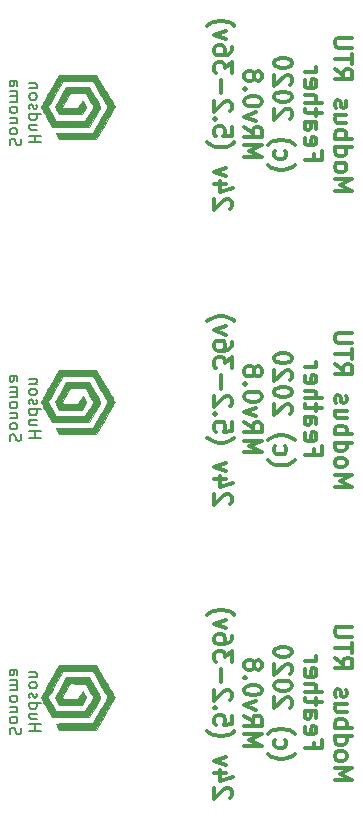
<source format=gbo>
%TF.GenerationSoftware,KiCad,Pcbnew,(5.1.6-0-10_14)*%
%TF.CreationDate,2020-08-14T14:07:03-07:00*%
%TF.ProjectId,panel,70616e65-6c2e-46b6-9963-61645f706362,rev?*%
%TF.SameCoordinates,Original*%
%TF.FileFunction,Legend,Bot*%
%TF.FilePolarity,Positive*%
%FSLAX46Y46*%
G04 Gerber Fmt 4.6, Leading zero omitted, Abs format (unit mm)*
G04 Created by KiCad (PCBNEW (5.1.6-0-10_14)) date 2020-08-14 14:07:03*
%MOMM*%
%LPD*%
G01*
G04 APERTURE LIST*
%ADD10C,0.150000*%
%ADD11C,0.300000*%
%ADD12C,0.010000*%
G04 APERTURE END LIST*
D10*
X142372619Y-106500000D02*
X143372619Y-106500000D01*
X142896428Y-106500000D02*
X142896428Y-105928571D01*
X142372619Y-105928571D02*
X143372619Y-105928571D01*
X143039285Y-105023809D02*
X142372619Y-105023809D01*
X143039285Y-105452380D02*
X142515476Y-105452380D01*
X142420238Y-105404761D01*
X142372619Y-105309523D01*
X142372619Y-105166666D01*
X142420238Y-105071428D01*
X142467857Y-105023809D01*
X142372619Y-104119047D02*
X143372619Y-104119047D01*
X142420238Y-104119047D02*
X142372619Y-104214285D01*
X142372619Y-104404761D01*
X142420238Y-104500000D01*
X142467857Y-104547619D01*
X142563095Y-104595238D01*
X142848809Y-104595238D01*
X142944047Y-104547619D01*
X142991666Y-104500000D01*
X143039285Y-104404761D01*
X143039285Y-104214285D01*
X142991666Y-104119047D01*
X142420238Y-103690476D02*
X142372619Y-103595238D01*
X142372619Y-103404761D01*
X142420238Y-103309523D01*
X142515476Y-103261904D01*
X142563095Y-103261904D01*
X142658333Y-103309523D01*
X142705952Y-103404761D01*
X142705952Y-103547619D01*
X142753571Y-103642857D01*
X142848809Y-103690476D01*
X142896428Y-103690476D01*
X142991666Y-103642857D01*
X143039285Y-103547619D01*
X143039285Y-103404761D01*
X142991666Y-103309523D01*
X142372619Y-102690476D02*
X142420238Y-102785714D01*
X142467857Y-102833333D01*
X142563095Y-102880952D01*
X142848809Y-102880952D01*
X142944047Y-102833333D01*
X142991666Y-102785714D01*
X143039285Y-102690476D01*
X143039285Y-102547619D01*
X142991666Y-102452380D01*
X142944047Y-102404761D01*
X142848809Y-102357142D01*
X142563095Y-102357142D01*
X142467857Y-102404761D01*
X142420238Y-102452380D01*
X142372619Y-102547619D01*
X142372619Y-102690476D01*
X143039285Y-101928571D02*
X142372619Y-101928571D01*
X142944047Y-101928571D02*
X142991666Y-101880952D01*
X143039285Y-101785714D01*
X143039285Y-101642857D01*
X142991666Y-101547619D01*
X142896428Y-101500000D01*
X142372619Y-101500000D01*
X140770238Y-106761904D02*
X140722619Y-106619047D01*
X140722619Y-106380952D01*
X140770238Y-106285714D01*
X140817857Y-106238095D01*
X140913095Y-106190476D01*
X141008333Y-106190476D01*
X141103571Y-106238095D01*
X141151190Y-106285714D01*
X141198809Y-106380952D01*
X141246428Y-106571428D01*
X141294047Y-106666666D01*
X141341666Y-106714285D01*
X141436904Y-106761904D01*
X141532142Y-106761904D01*
X141627380Y-106714285D01*
X141675000Y-106666666D01*
X141722619Y-106571428D01*
X141722619Y-106333333D01*
X141675000Y-106190476D01*
X140722619Y-105619047D02*
X140770238Y-105714285D01*
X140817857Y-105761904D01*
X140913095Y-105809523D01*
X141198809Y-105809523D01*
X141294047Y-105761904D01*
X141341666Y-105714285D01*
X141389285Y-105619047D01*
X141389285Y-105476190D01*
X141341666Y-105380952D01*
X141294047Y-105333333D01*
X141198809Y-105285714D01*
X140913095Y-105285714D01*
X140817857Y-105333333D01*
X140770238Y-105380952D01*
X140722619Y-105476190D01*
X140722619Y-105619047D01*
X141389285Y-104857142D02*
X140722619Y-104857142D01*
X141294047Y-104857142D02*
X141341666Y-104809523D01*
X141389285Y-104714285D01*
X141389285Y-104571428D01*
X141341666Y-104476190D01*
X141246428Y-104428571D01*
X140722619Y-104428571D01*
X140722619Y-103809523D02*
X140770238Y-103904761D01*
X140817857Y-103952380D01*
X140913095Y-104000000D01*
X141198809Y-104000000D01*
X141294047Y-103952380D01*
X141341666Y-103904761D01*
X141389285Y-103809523D01*
X141389285Y-103666666D01*
X141341666Y-103571428D01*
X141294047Y-103523809D01*
X141198809Y-103476190D01*
X140913095Y-103476190D01*
X140817857Y-103523809D01*
X140770238Y-103571428D01*
X140722619Y-103666666D01*
X140722619Y-103809523D01*
X140722619Y-103047619D02*
X141389285Y-103047619D01*
X141294047Y-103047619D02*
X141341666Y-103000000D01*
X141389285Y-102904761D01*
X141389285Y-102761904D01*
X141341666Y-102666666D01*
X141246428Y-102619047D01*
X140722619Y-102619047D01*
X141246428Y-102619047D02*
X141341666Y-102571428D01*
X141389285Y-102476190D01*
X141389285Y-102333333D01*
X141341666Y-102238095D01*
X141246428Y-102190476D01*
X140722619Y-102190476D01*
X140722619Y-101285714D02*
X141246428Y-101285714D01*
X141341666Y-101333333D01*
X141389285Y-101428571D01*
X141389285Y-101619047D01*
X141341666Y-101714285D01*
X140770238Y-101285714D02*
X140722619Y-101380952D01*
X140722619Y-101619047D01*
X140770238Y-101714285D01*
X140865476Y-101761904D01*
X140960714Y-101761904D01*
X141055952Y-101714285D01*
X141103571Y-101619047D01*
X141103571Y-101380952D01*
X141151190Y-101285714D01*
D11*
X168251428Y-110640000D02*
X169751428Y-110640000D01*
X168680000Y-110140000D01*
X169751428Y-109640000D01*
X168251428Y-109640000D01*
X168251428Y-108711428D02*
X168322857Y-108854285D01*
X168394285Y-108925714D01*
X168537142Y-108997142D01*
X168965714Y-108997142D01*
X169108571Y-108925714D01*
X169180000Y-108854285D01*
X169251428Y-108711428D01*
X169251428Y-108497142D01*
X169180000Y-108354285D01*
X169108571Y-108282857D01*
X168965714Y-108211428D01*
X168537142Y-108211428D01*
X168394285Y-108282857D01*
X168322857Y-108354285D01*
X168251428Y-108497142D01*
X168251428Y-108711428D01*
X168251428Y-106925714D02*
X169751428Y-106925714D01*
X168322857Y-106925714D02*
X168251428Y-107068571D01*
X168251428Y-107354285D01*
X168322857Y-107497142D01*
X168394285Y-107568571D01*
X168537142Y-107640000D01*
X168965714Y-107640000D01*
X169108571Y-107568571D01*
X169180000Y-107497142D01*
X169251428Y-107354285D01*
X169251428Y-107068571D01*
X169180000Y-106925714D01*
X168251428Y-106211428D02*
X169751428Y-106211428D01*
X169180000Y-106211428D02*
X169251428Y-106068571D01*
X169251428Y-105782857D01*
X169180000Y-105640000D01*
X169108571Y-105568571D01*
X168965714Y-105497142D01*
X168537142Y-105497142D01*
X168394285Y-105568571D01*
X168322857Y-105640000D01*
X168251428Y-105782857D01*
X168251428Y-106068571D01*
X168322857Y-106211428D01*
X169251428Y-104211428D02*
X168251428Y-104211428D01*
X169251428Y-104854285D02*
X168465714Y-104854285D01*
X168322857Y-104782857D01*
X168251428Y-104640000D01*
X168251428Y-104425714D01*
X168322857Y-104282857D01*
X168394285Y-104211428D01*
X168322857Y-103568571D02*
X168251428Y-103425714D01*
X168251428Y-103140000D01*
X168322857Y-102997142D01*
X168465714Y-102925714D01*
X168537142Y-102925714D01*
X168680000Y-102997142D01*
X168751428Y-103140000D01*
X168751428Y-103354285D01*
X168822857Y-103497142D01*
X168965714Y-103568571D01*
X169037142Y-103568571D01*
X169180000Y-103497142D01*
X169251428Y-103354285D01*
X169251428Y-103140000D01*
X169180000Y-102997142D01*
X168251428Y-100282857D02*
X168965714Y-100782857D01*
X168251428Y-101140000D02*
X169751428Y-101140000D01*
X169751428Y-100568571D01*
X169680000Y-100425714D01*
X169608571Y-100354285D01*
X169465714Y-100282857D01*
X169251428Y-100282857D01*
X169108571Y-100354285D01*
X169037142Y-100425714D01*
X168965714Y-100568571D01*
X168965714Y-101140000D01*
X169751428Y-99854285D02*
X169751428Y-98997142D01*
X168251428Y-99425714D02*
X169751428Y-99425714D01*
X169751428Y-98497142D02*
X168537142Y-98497142D01*
X168394285Y-98425714D01*
X168322857Y-98354285D01*
X168251428Y-98211428D01*
X168251428Y-97925714D01*
X168322857Y-97782857D01*
X168394285Y-97711428D01*
X168537142Y-97640000D01*
X169751428Y-97640000D01*
X166487142Y-107461428D02*
X166487142Y-107961428D01*
X165701428Y-107961428D02*
X167201428Y-107961428D01*
X167201428Y-107247142D01*
X165772857Y-106104285D02*
X165701428Y-106247142D01*
X165701428Y-106532857D01*
X165772857Y-106675714D01*
X165915714Y-106747142D01*
X166487142Y-106747142D01*
X166630000Y-106675714D01*
X166701428Y-106532857D01*
X166701428Y-106247142D01*
X166630000Y-106104285D01*
X166487142Y-106032857D01*
X166344285Y-106032857D01*
X166201428Y-106747142D01*
X165701428Y-104747142D02*
X166487142Y-104747142D01*
X166630000Y-104818571D01*
X166701428Y-104961428D01*
X166701428Y-105247142D01*
X166630000Y-105390000D01*
X165772857Y-104747142D02*
X165701428Y-104890000D01*
X165701428Y-105247142D01*
X165772857Y-105390000D01*
X165915714Y-105461428D01*
X166058571Y-105461428D01*
X166201428Y-105390000D01*
X166272857Y-105247142D01*
X166272857Y-104890000D01*
X166344285Y-104747142D01*
X166701428Y-104247142D02*
X166701428Y-103675714D01*
X167201428Y-104032857D02*
X165915714Y-104032857D01*
X165772857Y-103961428D01*
X165701428Y-103818571D01*
X165701428Y-103675714D01*
X165701428Y-103175714D02*
X167201428Y-103175714D01*
X165701428Y-102532857D02*
X166487142Y-102532857D01*
X166630000Y-102604285D01*
X166701428Y-102747142D01*
X166701428Y-102961428D01*
X166630000Y-103104285D01*
X166558571Y-103175714D01*
X165772857Y-101247142D02*
X165701428Y-101390000D01*
X165701428Y-101675714D01*
X165772857Y-101818571D01*
X165915714Y-101890000D01*
X166487142Y-101890000D01*
X166630000Y-101818571D01*
X166701428Y-101675714D01*
X166701428Y-101390000D01*
X166630000Y-101247142D01*
X166487142Y-101175714D01*
X166344285Y-101175714D01*
X166201428Y-101890000D01*
X165701428Y-100532857D02*
X166701428Y-100532857D01*
X166415714Y-100532857D02*
X166558571Y-100461428D01*
X166630000Y-100390000D01*
X166701428Y-100247142D01*
X166701428Y-100104285D01*
X162580000Y-108425714D02*
X162651428Y-108497142D01*
X162865714Y-108640000D01*
X163008571Y-108711428D01*
X163222857Y-108782857D01*
X163580000Y-108854285D01*
X163865714Y-108854285D01*
X164222857Y-108782857D01*
X164437142Y-108711428D01*
X164580000Y-108640000D01*
X164794285Y-108497142D01*
X164865714Y-108425714D01*
X163222857Y-107211428D02*
X163151428Y-107354285D01*
X163151428Y-107640000D01*
X163222857Y-107782857D01*
X163294285Y-107854285D01*
X163437142Y-107925714D01*
X163865714Y-107925714D01*
X164008571Y-107854285D01*
X164080000Y-107782857D01*
X164151428Y-107640000D01*
X164151428Y-107354285D01*
X164080000Y-107211428D01*
X162580000Y-106711428D02*
X162651428Y-106640000D01*
X162865714Y-106497142D01*
X163008571Y-106425714D01*
X163222857Y-106354285D01*
X163580000Y-106282857D01*
X163865714Y-106282857D01*
X164222857Y-106354285D01*
X164437142Y-106425714D01*
X164580000Y-106497142D01*
X164794285Y-106640000D01*
X164865714Y-106711428D01*
X164508571Y-104497142D02*
X164580000Y-104425714D01*
X164651428Y-104282857D01*
X164651428Y-103925714D01*
X164580000Y-103782857D01*
X164508571Y-103711428D01*
X164365714Y-103640000D01*
X164222857Y-103640000D01*
X164008571Y-103711428D01*
X163151428Y-104568571D01*
X163151428Y-103640000D01*
X164651428Y-102711428D02*
X164651428Y-102568571D01*
X164580000Y-102425714D01*
X164508571Y-102354285D01*
X164365714Y-102282857D01*
X164080000Y-102211428D01*
X163722857Y-102211428D01*
X163437142Y-102282857D01*
X163294285Y-102354285D01*
X163222857Y-102425714D01*
X163151428Y-102568571D01*
X163151428Y-102711428D01*
X163222857Y-102854285D01*
X163294285Y-102925714D01*
X163437142Y-102997142D01*
X163722857Y-103068571D01*
X164080000Y-103068571D01*
X164365714Y-102997142D01*
X164508571Y-102925714D01*
X164580000Y-102854285D01*
X164651428Y-102711428D01*
X164508571Y-101640000D02*
X164580000Y-101568571D01*
X164651428Y-101425714D01*
X164651428Y-101068571D01*
X164580000Y-100925714D01*
X164508571Y-100854285D01*
X164365714Y-100782857D01*
X164222857Y-100782857D01*
X164008571Y-100854285D01*
X163151428Y-101711428D01*
X163151428Y-100782857D01*
X164651428Y-99854285D02*
X164651428Y-99711428D01*
X164580000Y-99568571D01*
X164508571Y-99497142D01*
X164365714Y-99425714D01*
X164080000Y-99354285D01*
X163722857Y-99354285D01*
X163437142Y-99425714D01*
X163294285Y-99497142D01*
X163222857Y-99568571D01*
X163151428Y-99711428D01*
X163151428Y-99854285D01*
X163222857Y-99997142D01*
X163294285Y-100068571D01*
X163437142Y-100140000D01*
X163722857Y-100211428D01*
X164080000Y-100211428D01*
X164365714Y-100140000D01*
X164508571Y-100068571D01*
X164580000Y-99997142D01*
X164651428Y-99854285D01*
X160601428Y-107747142D02*
X162101428Y-107747142D01*
X161030000Y-107247142D01*
X162101428Y-106747142D01*
X160601428Y-106747142D01*
X160601428Y-105175714D02*
X161315714Y-105675714D01*
X160601428Y-106032857D02*
X162101428Y-106032857D01*
X162101428Y-105461428D01*
X162030000Y-105318571D01*
X161958571Y-105247142D01*
X161815714Y-105175714D01*
X161601428Y-105175714D01*
X161458571Y-105247142D01*
X161387142Y-105318571D01*
X161315714Y-105461428D01*
X161315714Y-106032857D01*
X161601428Y-104675714D02*
X160601428Y-104318571D01*
X161601428Y-103961428D01*
X162101428Y-103104285D02*
X162101428Y-102961428D01*
X162030000Y-102818571D01*
X161958571Y-102747142D01*
X161815714Y-102675714D01*
X161530000Y-102604285D01*
X161172857Y-102604285D01*
X160887142Y-102675714D01*
X160744285Y-102747142D01*
X160672857Y-102818571D01*
X160601428Y-102961428D01*
X160601428Y-103104285D01*
X160672857Y-103247142D01*
X160744285Y-103318571D01*
X160887142Y-103390000D01*
X161172857Y-103461428D01*
X161530000Y-103461428D01*
X161815714Y-103390000D01*
X161958571Y-103318571D01*
X162030000Y-103247142D01*
X162101428Y-103104285D01*
X160744285Y-101961428D02*
X160672857Y-101890000D01*
X160601428Y-101961428D01*
X160672857Y-102032857D01*
X160744285Y-101961428D01*
X160601428Y-101961428D01*
X161458571Y-101032857D02*
X161530000Y-101175714D01*
X161601428Y-101247142D01*
X161744285Y-101318571D01*
X161815714Y-101318571D01*
X161958571Y-101247142D01*
X162030000Y-101175714D01*
X162101428Y-101032857D01*
X162101428Y-100747142D01*
X162030000Y-100604285D01*
X161958571Y-100532857D01*
X161815714Y-100461428D01*
X161744285Y-100461428D01*
X161601428Y-100532857D01*
X161530000Y-100604285D01*
X161458571Y-100747142D01*
X161458571Y-101032857D01*
X161387142Y-101175714D01*
X161315714Y-101247142D01*
X161172857Y-101318571D01*
X160887142Y-101318571D01*
X160744285Y-101247142D01*
X160672857Y-101175714D01*
X160601428Y-101032857D01*
X160601428Y-100747142D01*
X160672857Y-100604285D01*
X160744285Y-100532857D01*
X160887142Y-100461428D01*
X161172857Y-100461428D01*
X161315714Y-100532857D01*
X161387142Y-100604285D01*
X161458571Y-100747142D01*
X159408571Y-112140000D02*
X159480000Y-112068571D01*
X159551428Y-111925714D01*
X159551428Y-111568571D01*
X159480000Y-111425714D01*
X159408571Y-111354285D01*
X159265714Y-111282857D01*
X159122857Y-111282857D01*
X158908571Y-111354285D01*
X158051428Y-112211428D01*
X158051428Y-111282857D01*
X159051428Y-109997142D02*
X158051428Y-109997142D01*
X159622857Y-110354285D02*
X158551428Y-110711428D01*
X158551428Y-109782857D01*
X159051428Y-109354285D02*
X158051428Y-108997142D01*
X159051428Y-108640000D01*
X157480000Y-106497142D02*
X157551428Y-106568571D01*
X157765714Y-106711428D01*
X157908571Y-106782857D01*
X158122857Y-106854285D01*
X158480000Y-106925714D01*
X158765714Y-106925714D01*
X159122857Y-106854285D01*
X159337142Y-106782857D01*
X159480000Y-106711428D01*
X159694285Y-106568571D01*
X159765714Y-106497142D01*
X159551428Y-105211428D02*
X159551428Y-105925714D01*
X158837142Y-105997142D01*
X158908571Y-105925714D01*
X158980000Y-105782857D01*
X158980000Y-105425714D01*
X158908571Y-105282857D01*
X158837142Y-105211428D01*
X158694285Y-105140000D01*
X158337142Y-105140000D01*
X158194285Y-105211428D01*
X158122857Y-105282857D01*
X158051428Y-105425714D01*
X158051428Y-105782857D01*
X158122857Y-105925714D01*
X158194285Y-105997142D01*
X158194285Y-104497142D02*
X158122857Y-104425714D01*
X158051428Y-104497142D01*
X158122857Y-104568571D01*
X158194285Y-104497142D01*
X158051428Y-104497142D01*
X159408571Y-103854285D02*
X159480000Y-103782857D01*
X159551428Y-103640000D01*
X159551428Y-103282857D01*
X159480000Y-103140000D01*
X159408571Y-103068571D01*
X159265714Y-102997142D01*
X159122857Y-102997142D01*
X158908571Y-103068571D01*
X158051428Y-103925714D01*
X158051428Y-102997142D01*
X158622857Y-102354285D02*
X158622857Y-101211428D01*
X159551428Y-100640000D02*
X159551428Y-99711428D01*
X158980000Y-100211428D01*
X158980000Y-99997142D01*
X158908571Y-99854285D01*
X158837142Y-99782857D01*
X158694285Y-99711428D01*
X158337142Y-99711428D01*
X158194285Y-99782857D01*
X158122857Y-99854285D01*
X158051428Y-99997142D01*
X158051428Y-100425714D01*
X158122857Y-100568571D01*
X158194285Y-100640000D01*
X159551428Y-98425714D02*
X159551428Y-98711428D01*
X159480000Y-98854285D01*
X159408571Y-98925714D01*
X159194285Y-99068571D01*
X158908571Y-99140000D01*
X158337142Y-99140000D01*
X158194285Y-99068571D01*
X158122857Y-98997142D01*
X158051428Y-98854285D01*
X158051428Y-98568571D01*
X158122857Y-98425714D01*
X158194285Y-98354285D01*
X158337142Y-98282857D01*
X158694285Y-98282857D01*
X158837142Y-98354285D01*
X158908571Y-98425714D01*
X158980000Y-98568571D01*
X158980000Y-98854285D01*
X158908571Y-98997142D01*
X158837142Y-99068571D01*
X158694285Y-99140000D01*
X159051428Y-97782857D02*
X158051428Y-97425714D01*
X159051428Y-97068571D01*
X157480000Y-96640000D02*
X157551428Y-96568571D01*
X157765714Y-96425714D01*
X157908571Y-96354285D01*
X158122857Y-96282857D01*
X158480000Y-96211428D01*
X158765714Y-96211428D01*
X159122857Y-96282857D01*
X159337142Y-96354285D01*
X159480000Y-96425714D01*
X159694285Y-96568571D01*
X159765714Y-96640000D01*
D10*
X142374619Y-131500000D02*
X143374619Y-131500000D01*
X142898428Y-131500000D02*
X142898428Y-130928571D01*
X142374619Y-130928571D02*
X143374619Y-130928571D01*
X143041285Y-130023809D02*
X142374619Y-130023809D01*
X143041285Y-130452380D02*
X142517476Y-130452380D01*
X142422238Y-130404761D01*
X142374619Y-130309523D01*
X142374619Y-130166666D01*
X142422238Y-130071428D01*
X142469857Y-130023809D01*
X142374619Y-129119047D02*
X143374619Y-129119047D01*
X142422238Y-129119047D02*
X142374619Y-129214285D01*
X142374619Y-129404761D01*
X142422238Y-129500000D01*
X142469857Y-129547619D01*
X142565095Y-129595238D01*
X142850809Y-129595238D01*
X142946047Y-129547619D01*
X142993666Y-129500000D01*
X143041285Y-129404761D01*
X143041285Y-129214285D01*
X142993666Y-129119047D01*
X142422238Y-128690476D02*
X142374619Y-128595238D01*
X142374619Y-128404761D01*
X142422238Y-128309523D01*
X142517476Y-128261904D01*
X142565095Y-128261904D01*
X142660333Y-128309523D01*
X142707952Y-128404761D01*
X142707952Y-128547619D01*
X142755571Y-128642857D01*
X142850809Y-128690476D01*
X142898428Y-128690476D01*
X142993666Y-128642857D01*
X143041285Y-128547619D01*
X143041285Y-128404761D01*
X142993666Y-128309523D01*
X142374619Y-127690476D02*
X142422238Y-127785714D01*
X142469857Y-127833333D01*
X142565095Y-127880952D01*
X142850809Y-127880952D01*
X142946047Y-127833333D01*
X142993666Y-127785714D01*
X143041285Y-127690476D01*
X143041285Y-127547619D01*
X142993666Y-127452380D01*
X142946047Y-127404761D01*
X142850809Y-127357142D01*
X142565095Y-127357142D01*
X142469857Y-127404761D01*
X142422238Y-127452380D01*
X142374619Y-127547619D01*
X142374619Y-127690476D01*
X143041285Y-126928571D02*
X142374619Y-126928571D01*
X142946047Y-126928571D02*
X142993666Y-126880952D01*
X143041285Y-126785714D01*
X143041285Y-126642857D01*
X142993666Y-126547619D01*
X142898428Y-126500000D01*
X142374619Y-126500000D01*
X140772238Y-131761904D02*
X140724619Y-131619047D01*
X140724619Y-131380952D01*
X140772238Y-131285714D01*
X140819857Y-131238095D01*
X140915095Y-131190476D01*
X141010333Y-131190476D01*
X141105571Y-131238095D01*
X141153190Y-131285714D01*
X141200809Y-131380952D01*
X141248428Y-131571428D01*
X141296047Y-131666666D01*
X141343666Y-131714285D01*
X141438904Y-131761904D01*
X141534142Y-131761904D01*
X141629380Y-131714285D01*
X141677000Y-131666666D01*
X141724619Y-131571428D01*
X141724619Y-131333333D01*
X141677000Y-131190476D01*
X140724619Y-130619047D02*
X140772238Y-130714285D01*
X140819857Y-130761904D01*
X140915095Y-130809523D01*
X141200809Y-130809523D01*
X141296047Y-130761904D01*
X141343666Y-130714285D01*
X141391285Y-130619047D01*
X141391285Y-130476190D01*
X141343666Y-130380952D01*
X141296047Y-130333333D01*
X141200809Y-130285714D01*
X140915095Y-130285714D01*
X140819857Y-130333333D01*
X140772238Y-130380952D01*
X140724619Y-130476190D01*
X140724619Y-130619047D01*
X141391285Y-129857142D02*
X140724619Y-129857142D01*
X141296047Y-129857142D02*
X141343666Y-129809523D01*
X141391285Y-129714285D01*
X141391285Y-129571428D01*
X141343666Y-129476190D01*
X141248428Y-129428571D01*
X140724619Y-129428571D01*
X140724619Y-128809523D02*
X140772238Y-128904761D01*
X140819857Y-128952380D01*
X140915095Y-129000000D01*
X141200809Y-129000000D01*
X141296047Y-128952380D01*
X141343666Y-128904761D01*
X141391285Y-128809523D01*
X141391285Y-128666666D01*
X141343666Y-128571428D01*
X141296047Y-128523809D01*
X141200809Y-128476190D01*
X140915095Y-128476190D01*
X140819857Y-128523809D01*
X140772238Y-128571428D01*
X140724619Y-128666666D01*
X140724619Y-128809523D01*
X140724619Y-128047619D02*
X141391285Y-128047619D01*
X141296047Y-128047619D02*
X141343666Y-128000000D01*
X141391285Y-127904761D01*
X141391285Y-127761904D01*
X141343666Y-127666666D01*
X141248428Y-127619047D01*
X140724619Y-127619047D01*
X141248428Y-127619047D02*
X141343666Y-127571428D01*
X141391285Y-127476190D01*
X141391285Y-127333333D01*
X141343666Y-127238095D01*
X141248428Y-127190476D01*
X140724619Y-127190476D01*
X140724619Y-126285714D02*
X141248428Y-126285714D01*
X141343666Y-126333333D01*
X141391285Y-126428571D01*
X141391285Y-126619047D01*
X141343666Y-126714285D01*
X140772238Y-126285714D02*
X140724619Y-126380952D01*
X140724619Y-126619047D01*
X140772238Y-126714285D01*
X140867476Y-126761904D01*
X140962714Y-126761904D01*
X141057952Y-126714285D01*
X141105571Y-126619047D01*
X141105571Y-126380952D01*
X141153190Y-126285714D01*
D11*
X168253428Y-135640000D02*
X169753428Y-135640000D01*
X168682000Y-135140000D01*
X169753428Y-134640000D01*
X168253428Y-134640000D01*
X168253428Y-133711428D02*
X168324857Y-133854285D01*
X168396285Y-133925714D01*
X168539142Y-133997142D01*
X168967714Y-133997142D01*
X169110571Y-133925714D01*
X169182000Y-133854285D01*
X169253428Y-133711428D01*
X169253428Y-133497142D01*
X169182000Y-133354285D01*
X169110571Y-133282857D01*
X168967714Y-133211428D01*
X168539142Y-133211428D01*
X168396285Y-133282857D01*
X168324857Y-133354285D01*
X168253428Y-133497142D01*
X168253428Y-133711428D01*
X168253428Y-131925714D02*
X169753428Y-131925714D01*
X168324857Y-131925714D02*
X168253428Y-132068571D01*
X168253428Y-132354285D01*
X168324857Y-132497142D01*
X168396285Y-132568571D01*
X168539142Y-132640000D01*
X168967714Y-132640000D01*
X169110571Y-132568571D01*
X169182000Y-132497142D01*
X169253428Y-132354285D01*
X169253428Y-132068571D01*
X169182000Y-131925714D01*
X168253428Y-131211428D02*
X169753428Y-131211428D01*
X169182000Y-131211428D02*
X169253428Y-131068571D01*
X169253428Y-130782857D01*
X169182000Y-130640000D01*
X169110571Y-130568571D01*
X168967714Y-130497142D01*
X168539142Y-130497142D01*
X168396285Y-130568571D01*
X168324857Y-130640000D01*
X168253428Y-130782857D01*
X168253428Y-131068571D01*
X168324857Y-131211428D01*
X169253428Y-129211428D02*
X168253428Y-129211428D01*
X169253428Y-129854285D02*
X168467714Y-129854285D01*
X168324857Y-129782857D01*
X168253428Y-129640000D01*
X168253428Y-129425714D01*
X168324857Y-129282857D01*
X168396285Y-129211428D01*
X168324857Y-128568571D02*
X168253428Y-128425714D01*
X168253428Y-128140000D01*
X168324857Y-127997142D01*
X168467714Y-127925714D01*
X168539142Y-127925714D01*
X168682000Y-127997142D01*
X168753428Y-128140000D01*
X168753428Y-128354285D01*
X168824857Y-128497142D01*
X168967714Y-128568571D01*
X169039142Y-128568571D01*
X169182000Y-128497142D01*
X169253428Y-128354285D01*
X169253428Y-128140000D01*
X169182000Y-127997142D01*
X168253428Y-125282857D02*
X168967714Y-125782857D01*
X168253428Y-126140000D02*
X169753428Y-126140000D01*
X169753428Y-125568571D01*
X169682000Y-125425714D01*
X169610571Y-125354285D01*
X169467714Y-125282857D01*
X169253428Y-125282857D01*
X169110571Y-125354285D01*
X169039142Y-125425714D01*
X168967714Y-125568571D01*
X168967714Y-126140000D01*
X169753428Y-124854285D02*
X169753428Y-123997142D01*
X168253428Y-124425714D02*
X169753428Y-124425714D01*
X169753428Y-123497142D02*
X168539142Y-123497142D01*
X168396285Y-123425714D01*
X168324857Y-123354285D01*
X168253428Y-123211428D01*
X168253428Y-122925714D01*
X168324857Y-122782857D01*
X168396285Y-122711428D01*
X168539142Y-122640000D01*
X169753428Y-122640000D01*
X166489142Y-132461428D02*
X166489142Y-132961428D01*
X165703428Y-132961428D02*
X167203428Y-132961428D01*
X167203428Y-132247142D01*
X165774857Y-131104285D02*
X165703428Y-131247142D01*
X165703428Y-131532857D01*
X165774857Y-131675714D01*
X165917714Y-131747142D01*
X166489142Y-131747142D01*
X166632000Y-131675714D01*
X166703428Y-131532857D01*
X166703428Y-131247142D01*
X166632000Y-131104285D01*
X166489142Y-131032857D01*
X166346285Y-131032857D01*
X166203428Y-131747142D01*
X165703428Y-129747142D02*
X166489142Y-129747142D01*
X166632000Y-129818571D01*
X166703428Y-129961428D01*
X166703428Y-130247142D01*
X166632000Y-130390000D01*
X165774857Y-129747142D02*
X165703428Y-129890000D01*
X165703428Y-130247142D01*
X165774857Y-130390000D01*
X165917714Y-130461428D01*
X166060571Y-130461428D01*
X166203428Y-130390000D01*
X166274857Y-130247142D01*
X166274857Y-129890000D01*
X166346285Y-129747142D01*
X166703428Y-129247142D02*
X166703428Y-128675714D01*
X167203428Y-129032857D02*
X165917714Y-129032857D01*
X165774857Y-128961428D01*
X165703428Y-128818571D01*
X165703428Y-128675714D01*
X165703428Y-128175714D02*
X167203428Y-128175714D01*
X165703428Y-127532857D02*
X166489142Y-127532857D01*
X166632000Y-127604285D01*
X166703428Y-127747142D01*
X166703428Y-127961428D01*
X166632000Y-128104285D01*
X166560571Y-128175714D01*
X165774857Y-126247142D02*
X165703428Y-126390000D01*
X165703428Y-126675714D01*
X165774857Y-126818571D01*
X165917714Y-126890000D01*
X166489142Y-126890000D01*
X166632000Y-126818571D01*
X166703428Y-126675714D01*
X166703428Y-126390000D01*
X166632000Y-126247142D01*
X166489142Y-126175714D01*
X166346285Y-126175714D01*
X166203428Y-126890000D01*
X165703428Y-125532857D02*
X166703428Y-125532857D01*
X166417714Y-125532857D02*
X166560571Y-125461428D01*
X166632000Y-125390000D01*
X166703428Y-125247142D01*
X166703428Y-125104285D01*
X162582000Y-133425714D02*
X162653428Y-133497142D01*
X162867714Y-133640000D01*
X163010571Y-133711428D01*
X163224857Y-133782857D01*
X163582000Y-133854285D01*
X163867714Y-133854285D01*
X164224857Y-133782857D01*
X164439142Y-133711428D01*
X164582000Y-133640000D01*
X164796285Y-133497142D01*
X164867714Y-133425714D01*
X163224857Y-132211428D02*
X163153428Y-132354285D01*
X163153428Y-132640000D01*
X163224857Y-132782857D01*
X163296285Y-132854285D01*
X163439142Y-132925714D01*
X163867714Y-132925714D01*
X164010571Y-132854285D01*
X164082000Y-132782857D01*
X164153428Y-132640000D01*
X164153428Y-132354285D01*
X164082000Y-132211428D01*
X162582000Y-131711428D02*
X162653428Y-131640000D01*
X162867714Y-131497142D01*
X163010571Y-131425714D01*
X163224857Y-131354285D01*
X163582000Y-131282857D01*
X163867714Y-131282857D01*
X164224857Y-131354285D01*
X164439142Y-131425714D01*
X164582000Y-131497142D01*
X164796285Y-131640000D01*
X164867714Y-131711428D01*
X164510571Y-129497142D02*
X164582000Y-129425714D01*
X164653428Y-129282857D01*
X164653428Y-128925714D01*
X164582000Y-128782857D01*
X164510571Y-128711428D01*
X164367714Y-128640000D01*
X164224857Y-128640000D01*
X164010571Y-128711428D01*
X163153428Y-129568571D01*
X163153428Y-128640000D01*
X164653428Y-127711428D02*
X164653428Y-127568571D01*
X164582000Y-127425714D01*
X164510571Y-127354285D01*
X164367714Y-127282857D01*
X164082000Y-127211428D01*
X163724857Y-127211428D01*
X163439142Y-127282857D01*
X163296285Y-127354285D01*
X163224857Y-127425714D01*
X163153428Y-127568571D01*
X163153428Y-127711428D01*
X163224857Y-127854285D01*
X163296285Y-127925714D01*
X163439142Y-127997142D01*
X163724857Y-128068571D01*
X164082000Y-128068571D01*
X164367714Y-127997142D01*
X164510571Y-127925714D01*
X164582000Y-127854285D01*
X164653428Y-127711428D01*
X164510571Y-126640000D02*
X164582000Y-126568571D01*
X164653428Y-126425714D01*
X164653428Y-126068571D01*
X164582000Y-125925714D01*
X164510571Y-125854285D01*
X164367714Y-125782857D01*
X164224857Y-125782857D01*
X164010571Y-125854285D01*
X163153428Y-126711428D01*
X163153428Y-125782857D01*
X164653428Y-124854285D02*
X164653428Y-124711428D01*
X164582000Y-124568571D01*
X164510571Y-124497142D01*
X164367714Y-124425714D01*
X164082000Y-124354285D01*
X163724857Y-124354285D01*
X163439142Y-124425714D01*
X163296285Y-124497142D01*
X163224857Y-124568571D01*
X163153428Y-124711428D01*
X163153428Y-124854285D01*
X163224857Y-124997142D01*
X163296285Y-125068571D01*
X163439142Y-125140000D01*
X163724857Y-125211428D01*
X164082000Y-125211428D01*
X164367714Y-125140000D01*
X164510571Y-125068571D01*
X164582000Y-124997142D01*
X164653428Y-124854285D01*
X160603428Y-132747142D02*
X162103428Y-132747142D01*
X161032000Y-132247142D01*
X162103428Y-131747142D01*
X160603428Y-131747142D01*
X160603428Y-130175714D02*
X161317714Y-130675714D01*
X160603428Y-131032857D02*
X162103428Y-131032857D01*
X162103428Y-130461428D01*
X162032000Y-130318571D01*
X161960571Y-130247142D01*
X161817714Y-130175714D01*
X161603428Y-130175714D01*
X161460571Y-130247142D01*
X161389142Y-130318571D01*
X161317714Y-130461428D01*
X161317714Y-131032857D01*
X161603428Y-129675714D02*
X160603428Y-129318571D01*
X161603428Y-128961428D01*
X162103428Y-128104285D02*
X162103428Y-127961428D01*
X162032000Y-127818571D01*
X161960571Y-127747142D01*
X161817714Y-127675714D01*
X161532000Y-127604285D01*
X161174857Y-127604285D01*
X160889142Y-127675714D01*
X160746285Y-127747142D01*
X160674857Y-127818571D01*
X160603428Y-127961428D01*
X160603428Y-128104285D01*
X160674857Y-128247142D01*
X160746285Y-128318571D01*
X160889142Y-128390000D01*
X161174857Y-128461428D01*
X161532000Y-128461428D01*
X161817714Y-128390000D01*
X161960571Y-128318571D01*
X162032000Y-128247142D01*
X162103428Y-128104285D01*
X160746285Y-126961428D02*
X160674857Y-126890000D01*
X160603428Y-126961428D01*
X160674857Y-127032857D01*
X160746285Y-126961428D01*
X160603428Y-126961428D01*
X161460571Y-126032857D02*
X161532000Y-126175714D01*
X161603428Y-126247142D01*
X161746285Y-126318571D01*
X161817714Y-126318571D01*
X161960571Y-126247142D01*
X162032000Y-126175714D01*
X162103428Y-126032857D01*
X162103428Y-125747142D01*
X162032000Y-125604285D01*
X161960571Y-125532857D01*
X161817714Y-125461428D01*
X161746285Y-125461428D01*
X161603428Y-125532857D01*
X161532000Y-125604285D01*
X161460571Y-125747142D01*
X161460571Y-126032857D01*
X161389142Y-126175714D01*
X161317714Y-126247142D01*
X161174857Y-126318571D01*
X160889142Y-126318571D01*
X160746285Y-126247142D01*
X160674857Y-126175714D01*
X160603428Y-126032857D01*
X160603428Y-125747142D01*
X160674857Y-125604285D01*
X160746285Y-125532857D01*
X160889142Y-125461428D01*
X161174857Y-125461428D01*
X161317714Y-125532857D01*
X161389142Y-125604285D01*
X161460571Y-125747142D01*
X159410571Y-137140000D02*
X159482000Y-137068571D01*
X159553428Y-136925714D01*
X159553428Y-136568571D01*
X159482000Y-136425714D01*
X159410571Y-136354285D01*
X159267714Y-136282857D01*
X159124857Y-136282857D01*
X158910571Y-136354285D01*
X158053428Y-137211428D01*
X158053428Y-136282857D01*
X159053428Y-134997142D02*
X158053428Y-134997142D01*
X159624857Y-135354285D02*
X158553428Y-135711428D01*
X158553428Y-134782857D01*
X159053428Y-134354285D02*
X158053428Y-133997142D01*
X159053428Y-133640000D01*
X157482000Y-131497142D02*
X157553428Y-131568571D01*
X157767714Y-131711428D01*
X157910571Y-131782857D01*
X158124857Y-131854285D01*
X158482000Y-131925714D01*
X158767714Y-131925714D01*
X159124857Y-131854285D01*
X159339142Y-131782857D01*
X159482000Y-131711428D01*
X159696285Y-131568571D01*
X159767714Y-131497142D01*
X159553428Y-130211428D02*
X159553428Y-130925714D01*
X158839142Y-130997142D01*
X158910571Y-130925714D01*
X158982000Y-130782857D01*
X158982000Y-130425714D01*
X158910571Y-130282857D01*
X158839142Y-130211428D01*
X158696285Y-130140000D01*
X158339142Y-130140000D01*
X158196285Y-130211428D01*
X158124857Y-130282857D01*
X158053428Y-130425714D01*
X158053428Y-130782857D01*
X158124857Y-130925714D01*
X158196285Y-130997142D01*
X158196285Y-129497142D02*
X158124857Y-129425714D01*
X158053428Y-129497142D01*
X158124857Y-129568571D01*
X158196285Y-129497142D01*
X158053428Y-129497142D01*
X159410571Y-128854285D02*
X159482000Y-128782857D01*
X159553428Y-128640000D01*
X159553428Y-128282857D01*
X159482000Y-128140000D01*
X159410571Y-128068571D01*
X159267714Y-127997142D01*
X159124857Y-127997142D01*
X158910571Y-128068571D01*
X158053428Y-128925714D01*
X158053428Y-127997142D01*
X158624857Y-127354285D02*
X158624857Y-126211428D01*
X159553428Y-125640000D02*
X159553428Y-124711428D01*
X158982000Y-125211428D01*
X158982000Y-124997142D01*
X158910571Y-124854285D01*
X158839142Y-124782857D01*
X158696285Y-124711428D01*
X158339142Y-124711428D01*
X158196285Y-124782857D01*
X158124857Y-124854285D01*
X158053428Y-124997142D01*
X158053428Y-125425714D01*
X158124857Y-125568571D01*
X158196285Y-125640000D01*
X159553428Y-123425714D02*
X159553428Y-123711428D01*
X159482000Y-123854285D01*
X159410571Y-123925714D01*
X159196285Y-124068571D01*
X158910571Y-124140000D01*
X158339142Y-124140000D01*
X158196285Y-124068571D01*
X158124857Y-123997142D01*
X158053428Y-123854285D01*
X158053428Y-123568571D01*
X158124857Y-123425714D01*
X158196285Y-123354285D01*
X158339142Y-123282857D01*
X158696285Y-123282857D01*
X158839142Y-123354285D01*
X158910571Y-123425714D01*
X158982000Y-123568571D01*
X158982000Y-123854285D01*
X158910571Y-123997142D01*
X158839142Y-124068571D01*
X158696285Y-124140000D01*
X159053428Y-122782857D02*
X158053428Y-122425714D01*
X159053428Y-122068571D01*
X157482000Y-121640000D02*
X157553428Y-121568571D01*
X157767714Y-121425714D01*
X157910571Y-121354285D01*
X158124857Y-121282857D01*
X158482000Y-121211428D01*
X158767714Y-121211428D01*
X159124857Y-121282857D01*
X159339142Y-121354285D01*
X159482000Y-121425714D01*
X159696285Y-121568571D01*
X159767714Y-121640000D01*
D10*
X142374619Y-156360000D02*
X143374619Y-156360000D01*
X142898428Y-156360000D02*
X142898428Y-155788571D01*
X142374619Y-155788571D02*
X143374619Y-155788571D01*
X143041285Y-154883809D02*
X142374619Y-154883809D01*
X143041285Y-155312380D02*
X142517476Y-155312380D01*
X142422238Y-155264761D01*
X142374619Y-155169523D01*
X142374619Y-155026666D01*
X142422238Y-154931428D01*
X142469857Y-154883809D01*
X142374619Y-153979047D02*
X143374619Y-153979047D01*
X142422238Y-153979047D02*
X142374619Y-154074285D01*
X142374619Y-154264761D01*
X142422238Y-154360000D01*
X142469857Y-154407619D01*
X142565095Y-154455238D01*
X142850809Y-154455238D01*
X142946047Y-154407619D01*
X142993666Y-154360000D01*
X143041285Y-154264761D01*
X143041285Y-154074285D01*
X142993666Y-153979047D01*
X142422238Y-153550476D02*
X142374619Y-153455238D01*
X142374619Y-153264761D01*
X142422238Y-153169523D01*
X142517476Y-153121904D01*
X142565095Y-153121904D01*
X142660333Y-153169523D01*
X142707952Y-153264761D01*
X142707952Y-153407619D01*
X142755571Y-153502857D01*
X142850809Y-153550476D01*
X142898428Y-153550476D01*
X142993666Y-153502857D01*
X143041285Y-153407619D01*
X143041285Y-153264761D01*
X142993666Y-153169523D01*
X142374619Y-152550476D02*
X142422238Y-152645714D01*
X142469857Y-152693333D01*
X142565095Y-152740952D01*
X142850809Y-152740952D01*
X142946047Y-152693333D01*
X142993666Y-152645714D01*
X143041285Y-152550476D01*
X143041285Y-152407619D01*
X142993666Y-152312380D01*
X142946047Y-152264761D01*
X142850809Y-152217142D01*
X142565095Y-152217142D01*
X142469857Y-152264761D01*
X142422238Y-152312380D01*
X142374619Y-152407619D01*
X142374619Y-152550476D01*
X143041285Y-151788571D02*
X142374619Y-151788571D01*
X142946047Y-151788571D02*
X142993666Y-151740952D01*
X143041285Y-151645714D01*
X143041285Y-151502857D01*
X142993666Y-151407619D01*
X142898428Y-151360000D01*
X142374619Y-151360000D01*
X140772238Y-156621904D02*
X140724619Y-156479047D01*
X140724619Y-156240952D01*
X140772238Y-156145714D01*
X140819857Y-156098095D01*
X140915095Y-156050476D01*
X141010333Y-156050476D01*
X141105571Y-156098095D01*
X141153190Y-156145714D01*
X141200809Y-156240952D01*
X141248428Y-156431428D01*
X141296047Y-156526666D01*
X141343666Y-156574285D01*
X141438904Y-156621904D01*
X141534142Y-156621904D01*
X141629380Y-156574285D01*
X141677000Y-156526666D01*
X141724619Y-156431428D01*
X141724619Y-156193333D01*
X141677000Y-156050476D01*
X140724619Y-155479047D02*
X140772238Y-155574285D01*
X140819857Y-155621904D01*
X140915095Y-155669523D01*
X141200809Y-155669523D01*
X141296047Y-155621904D01*
X141343666Y-155574285D01*
X141391285Y-155479047D01*
X141391285Y-155336190D01*
X141343666Y-155240952D01*
X141296047Y-155193333D01*
X141200809Y-155145714D01*
X140915095Y-155145714D01*
X140819857Y-155193333D01*
X140772238Y-155240952D01*
X140724619Y-155336190D01*
X140724619Y-155479047D01*
X141391285Y-154717142D02*
X140724619Y-154717142D01*
X141296047Y-154717142D02*
X141343666Y-154669523D01*
X141391285Y-154574285D01*
X141391285Y-154431428D01*
X141343666Y-154336190D01*
X141248428Y-154288571D01*
X140724619Y-154288571D01*
X140724619Y-153669523D02*
X140772238Y-153764761D01*
X140819857Y-153812380D01*
X140915095Y-153860000D01*
X141200809Y-153860000D01*
X141296047Y-153812380D01*
X141343666Y-153764761D01*
X141391285Y-153669523D01*
X141391285Y-153526666D01*
X141343666Y-153431428D01*
X141296047Y-153383809D01*
X141200809Y-153336190D01*
X140915095Y-153336190D01*
X140819857Y-153383809D01*
X140772238Y-153431428D01*
X140724619Y-153526666D01*
X140724619Y-153669523D01*
X140724619Y-152907619D02*
X141391285Y-152907619D01*
X141296047Y-152907619D02*
X141343666Y-152860000D01*
X141391285Y-152764761D01*
X141391285Y-152621904D01*
X141343666Y-152526666D01*
X141248428Y-152479047D01*
X140724619Y-152479047D01*
X141248428Y-152479047D02*
X141343666Y-152431428D01*
X141391285Y-152336190D01*
X141391285Y-152193333D01*
X141343666Y-152098095D01*
X141248428Y-152050476D01*
X140724619Y-152050476D01*
X140724619Y-151145714D02*
X141248428Y-151145714D01*
X141343666Y-151193333D01*
X141391285Y-151288571D01*
X141391285Y-151479047D01*
X141343666Y-151574285D01*
X140772238Y-151145714D02*
X140724619Y-151240952D01*
X140724619Y-151479047D01*
X140772238Y-151574285D01*
X140867476Y-151621904D01*
X140962714Y-151621904D01*
X141057952Y-151574285D01*
X141105571Y-151479047D01*
X141105571Y-151240952D01*
X141153190Y-151145714D01*
D11*
X168253428Y-160500000D02*
X169753428Y-160500000D01*
X168682000Y-160000000D01*
X169753428Y-159500000D01*
X168253428Y-159500000D01*
X168253428Y-158571428D02*
X168324857Y-158714285D01*
X168396285Y-158785714D01*
X168539142Y-158857142D01*
X168967714Y-158857142D01*
X169110571Y-158785714D01*
X169182000Y-158714285D01*
X169253428Y-158571428D01*
X169253428Y-158357142D01*
X169182000Y-158214285D01*
X169110571Y-158142857D01*
X168967714Y-158071428D01*
X168539142Y-158071428D01*
X168396285Y-158142857D01*
X168324857Y-158214285D01*
X168253428Y-158357142D01*
X168253428Y-158571428D01*
X168253428Y-156785714D02*
X169753428Y-156785714D01*
X168324857Y-156785714D02*
X168253428Y-156928571D01*
X168253428Y-157214285D01*
X168324857Y-157357142D01*
X168396285Y-157428571D01*
X168539142Y-157500000D01*
X168967714Y-157500000D01*
X169110571Y-157428571D01*
X169182000Y-157357142D01*
X169253428Y-157214285D01*
X169253428Y-156928571D01*
X169182000Y-156785714D01*
X168253428Y-156071428D02*
X169753428Y-156071428D01*
X169182000Y-156071428D02*
X169253428Y-155928571D01*
X169253428Y-155642857D01*
X169182000Y-155500000D01*
X169110571Y-155428571D01*
X168967714Y-155357142D01*
X168539142Y-155357142D01*
X168396285Y-155428571D01*
X168324857Y-155500000D01*
X168253428Y-155642857D01*
X168253428Y-155928571D01*
X168324857Y-156071428D01*
X169253428Y-154071428D02*
X168253428Y-154071428D01*
X169253428Y-154714285D02*
X168467714Y-154714285D01*
X168324857Y-154642857D01*
X168253428Y-154500000D01*
X168253428Y-154285714D01*
X168324857Y-154142857D01*
X168396285Y-154071428D01*
X168324857Y-153428571D02*
X168253428Y-153285714D01*
X168253428Y-153000000D01*
X168324857Y-152857142D01*
X168467714Y-152785714D01*
X168539142Y-152785714D01*
X168682000Y-152857142D01*
X168753428Y-153000000D01*
X168753428Y-153214285D01*
X168824857Y-153357142D01*
X168967714Y-153428571D01*
X169039142Y-153428571D01*
X169182000Y-153357142D01*
X169253428Y-153214285D01*
X169253428Y-153000000D01*
X169182000Y-152857142D01*
X168253428Y-150142857D02*
X168967714Y-150642857D01*
X168253428Y-151000000D02*
X169753428Y-151000000D01*
X169753428Y-150428571D01*
X169682000Y-150285714D01*
X169610571Y-150214285D01*
X169467714Y-150142857D01*
X169253428Y-150142857D01*
X169110571Y-150214285D01*
X169039142Y-150285714D01*
X168967714Y-150428571D01*
X168967714Y-151000000D01*
X169753428Y-149714285D02*
X169753428Y-148857142D01*
X168253428Y-149285714D02*
X169753428Y-149285714D01*
X169753428Y-148357142D02*
X168539142Y-148357142D01*
X168396285Y-148285714D01*
X168324857Y-148214285D01*
X168253428Y-148071428D01*
X168253428Y-147785714D01*
X168324857Y-147642857D01*
X168396285Y-147571428D01*
X168539142Y-147500000D01*
X169753428Y-147500000D01*
X166489142Y-157321428D02*
X166489142Y-157821428D01*
X165703428Y-157821428D02*
X167203428Y-157821428D01*
X167203428Y-157107142D01*
X165774857Y-155964285D02*
X165703428Y-156107142D01*
X165703428Y-156392857D01*
X165774857Y-156535714D01*
X165917714Y-156607142D01*
X166489142Y-156607142D01*
X166632000Y-156535714D01*
X166703428Y-156392857D01*
X166703428Y-156107142D01*
X166632000Y-155964285D01*
X166489142Y-155892857D01*
X166346285Y-155892857D01*
X166203428Y-156607142D01*
X165703428Y-154607142D02*
X166489142Y-154607142D01*
X166632000Y-154678571D01*
X166703428Y-154821428D01*
X166703428Y-155107142D01*
X166632000Y-155250000D01*
X165774857Y-154607142D02*
X165703428Y-154750000D01*
X165703428Y-155107142D01*
X165774857Y-155250000D01*
X165917714Y-155321428D01*
X166060571Y-155321428D01*
X166203428Y-155250000D01*
X166274857Y-155107142D01*
X166274857Y-154750000D01*
X166346285Y-154607142D01*
X166703428Y-154107142D02*
X166703428Y-153535714D01*
X167203428Y-153892857D02*
X165917714Y-153892857D01*
X165774857Y-153821428D01*
X165703428Y-153678571D01*
X165703428Y-153535714D01*
X165703428Y-153035714D02*
X167203428Y-153035714D01*
X165703428Y-152392857D02*
X166489142Y-152392857D01*
X166632000Y-152464285D01*
X166703428Y-152607142D01*
X166703428Y-152821428D01*
X166632000Y-152964285D01*
X166560571Y-153035714D01*
X165774857Y-151107142D02*
X165703428Y-151250000D01*
X165703428Y-151535714D01*
X165774857Y-151678571D01*
X165917714Y-151750000D01*
X166489142Y-151750000D01*
X166632000Y-151678571D01*
X166703428Y-151535714D01*
X166703428Y-151250000D01*
X166632000Y-151107142D01*
X166489142Y-151035714D01*
X166346285Y-151035714D01*
X166203428Y-151750000D01*
X165703428Y-150392857D02*
X166703428Y-150392857D01*
X166417714Y-150392857D02*
X166560571Y-150321428D01*
X166632000Y-150250000D01*
X166703428Y-150107142D01*
X166703428Y-149964285D01*
X162582000Y-158285714D02*
X162653428Y-158357142D01*
X162867714Y-158500000D01*
X163010571Y-158571428D01*
X163224857Y-158642857D01*
X163582000Y-158714285D01*
X163867714Y-158714285D01*
X164224857Y-158642857D01*
X164439142Y-158571428D01*
X164582000Y-158500000D01*
X164796285Y-158357142D01*
X164867714Y-158285714D01*
X163224857Y-157071428D02*
X163153428Y-157214285D01*
X163153428Y-157500000D01*
X163224857Y-157642857D01*
X163296285Y-157714285D01*
X163439142Y-157785714D01*
X163867714Y-157785714D01*
X164010571Y-157714285D01*
X164082000Y-157642857D01*
X164153428Y-157500000D01*
X164153428Y-157214285D01*
X164082000Y-157071428D01*
X162582000Y-156571428D02*
X162653428Y-156500000D01*
X162867714Y-156357142D01*
X163010571Y-156285714D01*
X163224857Y-156214285D01*
X163582000Y-156142857D01*
X163867714Y-156142857D01*
X164224857Y-156214285D01*
X164439142Y-156285714D01*
X164582000Y-156357142D01*
X164796285Y-156500000D01*
X164867714Y-156571428D01*
X164510571Y-154357142D02*
X164582000Y-154285714D01*
X164653428Y-154142857D01*
X164653428Y-153785714D01*
X164582000Y-153642857D01*
X164510571Y-153571428D01*
X164367714Y-153500000D01*
X164224857Y-153500000D01*
X164010571Y-153571428D01*
X163153428Y-154428571D01*
X163153428Y-153500000D01*
X164653428Y-152571428D02*
X164653428Y-152428571D01*
X164582000Y-152285714D01*
X164510571Y-152214285D01*
X164367714Y-152142857D01*
X164082000Y-152071428D01*
X163724857Y-152071428D01*
X163439142Y-152142857D01*
X163296285Y-152214285D01*
X163224857Y-152285714D01*
X163153428Y-152428571D01*
X163153428Y-152571428D01*
X163224857Y-152714285D01*
X163296285Y-152785714D01*
X163439142Y-152857142D01*
X163724857Y-152928571D01*
X164082000Y-152928571D01*
X164367714Y-152857142D01*
X164510571Y-152785714D01*
X164582000Y-152714285D01*
X164653428Y-152571428D01*
X164510571Y-151500000D02*
X164582000Y-151428571D01*
X164653428Y-151285714D01*
X164653428Y-150928571D01*
X164582000Y-150785714D01*
X164510571Y-150714285D01*
X164367714Y-150642857D01*
X164224857Y-150642857D01*
X164010571Y-150714285D01*
X163153428Y-151571428D01*
X163153428Y-150642857D01*
X164653428Y-149714285D02*
X164653428Y-149571428D01*
X164582000Y-149428571D01*
X164510571Y-149357142D01*
X164367714Y-149285714D01*
X164082000Y-149214285D01*
X163724857Y-149214285D01*
X163439142Y-149285714D01*
X163296285Y-149357142D01*
X163224857Y-149428571D01*
X163153428Y-149571428D01*
X163153428Y-149714285D01*
X163224857Y-149857142D01*
X163296285Y-149928571D01*
X163439142Y-150000000D01*
X163724857Y-150071428D01*
X164082000Y-150071428D01*
X164367714Y-150000000D01*
X164510571Y-149928571D01*
X164582000Y-149857142D01*
X164653428Y-149714285D01*
X160603428Y-157607142D02*
X162103428Y-157607142D01*
X161032000Y-157107142D01*
X162103428Y-156607142D01*
X160603428Y-156607142D01*
X160603428Y-155035714D02*
X161317714Y-155535714D01*
X160603428Y-155892857D02*
X162103428Y-155892857D01*
X162103428Y-155321428D01*
X162032000Y-155178571D01*
X161960571Y-155107142D01*
X161817714Y-155035714D01*
X161603428Y-155035714D01*
X161460571Y-155107142D01*
X161389142Y-155178571D01*
X161317714Y-155321428D01*
X161317714Y-155892857D01*
X161603428Y-154535714D02*
X160603428Y-154178571D01*
X161603428Y-153821428D01*
X162103428Y-152964285D02*
X162103428Y-152821428D01*
X162032000Y-152678571D01*
X161960571Y-152607142D01*
X161817714Y-152535714D01*
X161532000Y-152464285D01*
X161174857Y-152464285D01*
X160889142Y-152535714D01*
X160746285Y-152607142D01*
X160674857Y-152678571D01*
X160603428Y-152821428D01*
X160603428Y-152964285D01*
X160674857Y-153107142D01*
X160746285Y-153178571D01*
X160889142Y-153250000D01*
X161174857Y-153321428D01*
X161532000Y-153321428D01*
X161817714Y-153250000D01*
X161960571Y-153178571D01*
X162032000Y-153107142D01*
X162103428Y-152964285D01*
X160746285Y-151821428D02*
X160674857Y-151750000D01*
X160603428Y-151821428D01*
X160674857Y-151892857D01*
X160746285Y-151821428D01*
X160603428Y-151821428D01*
X161460571Y-150892857D02*
X161532000Y-151035714D01*
X161603428Y-151107142D01*
X161746285Y-151178571D01*
X161817714Y-151178571D01*
X161960571Y-151107142D01*
X162032000Y-151035714D01*
X162103428Y-150892857D01*
X162103428Y-150607142D01*
X162032000Y-150464285D01*
X161960571Y-150392857D01*
X161817714Y-150321428D01*
X161746285Y-150321428D01*
X161603428Y-150392857D01*
X161532000Y-150464285D01*
X161460571Y-150607142D01*
X161460571Y-150892857D01*
X161389142Y-151035714D01*
X161317714Y-151107142D01*
X161174857Y-151178571D01*
X160889142Y-151178571D01*
X160746285Y-151107142D01*
X160674857Y-151035714D01*
X160603428Y-150892857D01*
X160603428Y-150607142D01*
X160674857Y-150464285D01*
X160746285Y-150392857D01*
X160889142Y-150321428D01*
X161174857Y-150321428D01*
X161317714Y-150392857D01*
X161389142Y-150464285D01*
X161460571Y-150607142D01*
X159410571Y-162000000D02*
X159482000Y-161928571D01*
X159553428Y-161785714D01*
X159553428Y-161428571D01*
X159482000Y-161285714D01*
X159410571Y-161214285D01*
X159267714Y-161142857D01*
X159124857Y-161142857D01*
X158910571Y-161214285D01*
X158053428Y-162071428D01*
X158053428Y-161142857D01*
X159053428Y-159857142D02*
X158053428Y-159857142D01*
X159624857Y-160214285D02*
X158553428Y-160571428D01*
X158553428Y-159642857D01*
X159053428Y-159214285D02*
X158053428Y-158857142D01*
X159053428Y-158500000D01*
X157482000Y-156357142D02*
X157553428Y-156428571D01*
X157767714Y-156571428D01*
X157910571Y-156642857D01*
X158124857Y-156714285D01*
X158482000Y-156785714D01*
X158767714Y-156785714D01*
X159124857Y-156714285D01*
X159339142Y-156642857D01*
X159482000Y-156571428D01*
X159696285Y-156428571D01*
X159767714Y-156357142D01*
X159553428Y-155071428D02*
X159553428Y-155785714D01*
X158839142Y-155857142D01*
X158910571Y-155785714D01*
X158982000Y-155642857D01*
X158982000Y-155285714D01*
X158910571Y-155142857D01*
X158839142Y-155071428D01*
X158696285Y-155000000D01*
X158339142Y-155000000D01*
X158196285Y-155071428D01*
X158124857Y-155142857D01*
X158053428Y-155285714D01*
X158053428Y-155642857D01*
X158124857Y-155785714D01*
X158196285Y-155857142D01*
X158196285Y-154357142D02*
X158124857Y-154285714D01*
X158053428Y-154357142D01*
X158124857Y-154428571D01*
X158196285Y-154357142D01*
X158053428Y-154357142D01*
X159410571Y-153714285D02*
X159482000Y-153642857D01*
X159553428Y-153500000D01*
X159553428Y-153142857D01*
X159482000Y-153000000D01*
X159410571Y-152928571D01*
X159267714Y-152857142D01*
X159124857Y-152857142D01*
X158910571Y-152928571D01*
X158053428Y-153785714D01*
X158053428Y-152857142D01*
X158624857Y-152214285D02*
X158624857Y-151071428D01*
X159553428Y-150500000D02*
X159553428Y-149571428D01*
X158982000Y-150071428D01*
X158982000Y-149857142D01*
X158910571Y-149714285D01*
X158839142Y-149642857D01*
X158696285Y-149571428D01*
X158339142Y-149571428D01*
X158196285Y-149642857D01*
X158124857Y-149714285D01*
X158053428Y-149857142D01*
X158053428Y-150285714D01*
X158124857Y-150428571D01*
X158196285Y-150500000D01*
X159553428Y-148285714D02*
X159553428Y-148571428D01*
X159482000Y-148714285D01*
X159410571Y-148785714D01*
X159196285Y-148928571D01*
X158910571Y-149000000D01*
X158339142Y-149000000D01*
X158196285Y-148928571D01*
X158124857Y-148857142D01*
X158053428Y-148714285D01*
X158053428Y-148428571D01*
X158124857Y-148285714D01*
X158196285Y-148214285D01*
X158339142Y-148142857D01*
X158696285Y-148142857D01*
X158839142Y-148214285D01*
X158910571Y-148285714D01*
X158982000Y-148428571D01*
X158982000Y-148714285D01*
X158910571Y-148857142D01*
X158839142Y-148928571D01*
X158696285Y-149000000D01*
X159053428Y-147642857D02*
X158053428Y-147285714D01*
X159053428Y-146928571D01*
X157482000Y-146500000D02*
X157553428Y-146428571D01*
X157767714Y-146285714D01*
X157910571Y-146214285D01*
X158124857Y-146142857D01*
X158482000Y-146071428D01*
X158767714Y-146071428D01*
X159124857Y-146142857D01*
X159339142Y-146214285D01*
X159482000Y-146285714D01*
X159696285Y-146428571D01*
X159767714Y-146500000D01*
D12*
%TO.C,G\u002A\u002A\u002A*%
G36*
X149611547Y-153447827D02*
G01*
X149597395Y-153422723D01*
X149563951Y-153363897D01*
X149512945Y-153274377D01*
X149446102Y-153157189D01*
X149365150Y-153015358D01*
X149271818Y-152851911D01*
X149167833Y-152669873D01*
X149054922Y-152472272D01*
X148934812Y-152262133D01*
X148831734Y-152081834D01*
X148075324Y-150758917D01*
X144924676Y-150758917D01*
X144146004Y-152121425D01*
X144020121Y-152341914D01*
X143900597Y-152551691D01*
X143789065Y-152747865D01*
X143687158Y-152927544D01*
X143596508Y-153087835D01*
X143518749Y-153225846D01*
X143455512Y-153338687D01*
X143408431Y-153423465D01*
X143379138Y-153477288D01*
X143369264Y-153497258D01*
X143379886Y-153517787D01*
X143409531Y-153571283D01*
X143456091Y-153654032D01*
X143517455Y-153762318D01*
X143591516Y-153892428D01*
X143676163Y-154040647D01*
X143769287Y-154203261D01*
X143851603Y-154346667D01*
X144332012Y-155182750D01*
X145897548Y-155187454D01*
X147463083Y-155192158D01*
X147939333Y-154355023D01*
X148037191Y-154182412D01*
X148128275Y-154020588D01*
X148210491Y-153873358D01*
X148281744Y-153744527D01*
X148339938Y-153637902D01*
X148382980Y-153557289D01*
X148408773Y-153506493D01*
X148415583Y-153489787D01*
X148405415Y-153466122D01*
X148376304Y-153409525D01*
X148330343Y-153323802D01*
X148269625Y-153212757D01*
X148196242Y-153080196D01*
X148112287Y-152929926D01*
X148019852Y-152765750D01*
X147939333Y-152623661D01*
X147463083Y-151785636D01*
X146500000Y-151786236D01*
X145536916Y-151786836D01*
X145071250Y-152603606D01*
X144973860Y-152774550D01*
X144882584Y-152935004D01*
X144799638Y-153081051D01*
X144727243Y-153208773D01*
X144667617Y-153314252D01*
X144622978Y-153393572D01*
X144595546Y-153442813D01*
X144587746Y-153457337D01*
X144586857Y-153482462D01*
X144601454Y-153527314D01*
X144633398Y-153595906D01*
X144684553Y-153692252D01*
X144753625Y-153814861D01*
X144937341Y-154135425D01*
X146865041Y-154124417D01*
X147041860Y-153817500D01*
X147100648Y-153714373D01*
X147151223Y-153623587D01*
X147190059Y-153551639D01*
X147213630Y-153505025D01*
X147219172Y-153490748D01*
X147209573Y-153465571D01*
X147183408Y-153413274D01*
X147145295Y-153341998D01*
X147099852Y-153259883D01*
X147051695Y-153175069D01*
X147005442Y-153095697D01*
X146965710Y-153029906D01*
X146937117Y-152985837D01*
X146924637Y-152971475D01*
X146910879Y-152989189D01*
X146880078Y-153037932D01*
X146835807Y-153111758D01*
X146781643Y-153204724D01*
X146730541Y-153294267D01*
X146548333Y-153616417D01*
X145899553Y-153622015D01*
X145250774Y-153627613D01*
X145215840Y-153554357D01*
X145180907Y-153481102D01*
X145846965Y-152314068D01*
X146504122Y-152319659D01*
X147161280Y-152325250D01*
X147486806Y-152894019D01*
X147567395Y-153035556D01*
X147640722Y-153165743D01*
X147704232Y-153279932D01*
X147755368Y-153373471D01*
X147791574Y-153441711D01*
X147810294Y-153480002D01*
X147812333Y-153486182D01*
X147802192Y-153509703D01*
X147773455Y-153565292D01*
X147728657Y-153648332D01*
X147670328Y-153754206D01*
X147601001Y-153878298D01*
X147523209Y-154015989D01*
X147482855Y-154086872D01*
X147153377Y-154664167D01*
X144642798Y-154664167D01*
X144311982Y-154084528D01*
X144230892Y-153941969D01*
X144157004Y-153811156D01*
X144092837Y-153696622D01*
X144040909Y-153602897D01*
X144003740Y-153534513D01*
X143983848Y-153496001D01*
X143981166Y-153489324D01*
X143991386Y-153468635D01*
X144020829Y-153414457D01*
X144067669Y-153330029D01*
X144130082Y-153218590D01*
X144206243Y-153083382D01*
X144294328Y-152927643D01*
X144392510Y-152754615D01*
X144498965Y-152567537D01*
X144608452Y-152375629D01*
X145235738Y-151277500D01*
X147764261Y-151277500D01*
X148391547Y-152375629D01*
X148504287Y-152573247D01*
X148610525Y-152759962D01*
X148708435Y-152932533D01*
X148796193Y-153087720D01*
X148871973Y-153222284D01*
X148933952Y-153332982D01*
X148980303Y-153416576D01*
X149009202Y-153469824D01*
X149018833Y-153489417D01*
X149008613Y-153510122D01*
X148979170Y-153564317D01*
X148932329Y-153648761D01*
X148869915Y-153760214D01*
X148793753Y-153895436D01*
X148705668Y-154051185D01*
X148607485Y-154224223D01*
X148501028Y-154411307D01*
X148391547Y-154603205D01*
X147764261Y-155701334D01*
X146200797Y-155701334D01*
X145947713Y-155701446D01*
X145707334Y-155701771D01*
X145482956Y-155702290D01*
X145277878Y-155702986D01*
X145095396Y-155703841D01*
X144938808Y-155704836D01*
X144811411Y-155705955D01*
X144716502Y-155707178D01*
X144657378Y-155708488D01*
X144637333Y-155709846D01*
X144647285Y-155730296D01*
X144674576Y-155780460D01*
X144715357Y-155853403D01*
X144765779Y-155942190D01*
X144781212Y-155969138D01*
X144925090Y-156219917D01*
X148075324Y-156219917D01*
X148855138Y-154855411D01*
X149003616Y-154595377D01*
X149132223Y-154369557D01*
X149242271Y-154175511D01*
X149335069Y-154010800D01*
X149411930Y-153872985D01*
X149474164Y-153759626D01*
X149523081Y-153668284D01*
X149559993Y-153596519D01*
X149586211Y-153541892D01*
X149603045Y-153501963D01*
X149611807Y-153474294D01*
X149613806Y-153456444D01*
X149611547Y-153447827D01*
G37*
X149611547Y-153447827D02*
X149597395Y-153422723D01*
X149563951Y-153363897D01*
X149512945Y-153274377D01*
X149446102Y-153157189D01*
X149365150Y-153015358D01*
X149271818Y-152851911D01*
X149167833Y-152669873D01*
X149054922Y-152472272D01*
X148934812Y-152262133D01*
X148831734Y-152081834D01*
X148075324Y-150758917D01*
X144924676Y-150758917D01*
X144146004Y-152121425D01*
X144020121Y-152341914D01*
X143900597Y-152551691D01*
X143789065Y-152747865D01*
X143687158Y-152927544D01*
X143596508Y-153087835D01*
X143518749Y-153225846D01*
X143455512Y-153338687D01*
X143408431Y-153423465D01*
X143379138Y-153477288D01*
X143369264Y-153497258D01*
X143379886Y-153517787D01*
X143409531Y-153571283D01*
X143456091Y-153654032D01*
X143517455Y-153762318D01*
X143591516Y-153892428D01*
X143676163Y-154040647D01*
X143769287Y-154203261D01*
X143851603Y-154346667D01*
X144332012Y-155182750D01*
X145897548Y-155187454D01*
X147463083Y-155192158D01*
X147939333Y-154355023D01*
X148037191Y-154182412D01*
X148128275Y-154020588D01*
X148210491Y-153873358D01*
X148281744Y-153744527D01*
X148339938Y-153637902D01*
X148382980Y-153557289D01*
X148408773Y-153506493D01*
X148415583Y-153489787D01*
X148405415Y-153466122D01*
X148376304Y-153409525D01*
X148330343Y-153323802D01*
X148269625Y-153212757D01*
X148196242Y-153080196D01*
X148112287Y-152929926D01*
X148019852Y-152765750D01*
X147939333Y-152623661D01*
X147463083Y-151785636D01*
X146500000Y-151786236D01*
X145536916Y-151786836D01*
X145071250Y-152603606D01*
X144973860Y-152774550D01*
X144882584Y-152935004D01*
X144799638Y-153081051D01*
X144727243Y-153208773D01*
X144667617Y-153314252D01*
X144622978Y-153393572D01*
X144595546Y-153442813D01*
X144587746Y-153457337D01*
X144586857Y-153482462D01*
X144601454Y-153527314D01*
X144633398Y-153595906D01*
X144684553Y-153692252D01*
X144753625Y-153814861D01*
X144937341Y-154135425D01*
X146865041Y-154124417D01*
X147041860Y-153817500D01*
X147100648Y-153714373D01*
X147151223Y-153623587D01*
X147190059Y-153551639D01*
X147213630Y-153505025D01*
X147219172Y-153490748D01*
X147209573Y-153465571D01*
X147183408Y-153413274D01*
X147145295Y-153341998D01*
X147099852Y-153259883D01*
X147051695Y-153175069D01*
X147005442Y-153095697D01*
X146965710Y-153029906D01*
X146937117Y-152985837D01*
X146924637Y-152971475D01*
X146910879Y-152989189D01*
X146880078Y-153037932D01*
X146835807Y-153111758D01*
X146781643Y-153204724D01*
X146730541Y-153294267D01*
X146548333Y-153616417D01*
X145899553Y-153622015D01*
X145250774Y-153627613D01*
X145215840Y-153554357D01*
X145180907Y-153481102D01*
X145846965Y-152314068D01*
X146504122Y-152319659D01*
X147161280Y-152325250D01*
X147486806Y-152894019D01*
X147567395Y-153035556D01*
X147640722Y-153165743D01*
X147704232Y-153279932D01*
X147755368Y-153373471D01*
X147791574Y-153441711D01*
X147810294Y-153480002D01*
X147812333Y-153486182D01*
X147802192Y-153509703D01*
X147773455Y-153565292D01*
X147728657Y-153648332D01*
X147670328Y-153754206D01*
X147601001Y-153878298D01*
X147523209Y-154015989D01*
X147482855Y-154086872D01*
X147153377Y-154664167D01*
X144642798Y-154664167D01*
X144311982Y-154084528D01*
X144230892Y-153941969D01*
X144157004Y-153811156D01*
X144092837Y-153696622D01*
X144040909Y-153602897D01*
X144003740Y-153534513D01*
X143983848Y-153496001D01*
X143981166Y-153489324D01*
X143991386Y-153468635D01*
X144020829Y-153414457D01*
X144067669Y-153330029D01*
X144130082Y-153218590D01*
X144206243Y-153083382D01*
X144294328Y-152927643D01*
X144392510Y-152754615D01*
X144498965Y-152567537D01*
X144608452Y-152375629D01*
X145235738Y-151277500D01*
X147764261Y-151277500D01*
X148391547Y-152375629D01*
X148504287Y-152573247D01*
X148610525Y-152759962D01*
X148708435Y-152932533D01*
X148796193Y-153087720D01*
X148871973Y-153222284D01*
X148933952Y-153332982D01*
X148980303Y-153416576D01*
X149009202Y-153469824D01*
X149018833Y-153489417D01*
X149008613Y-153510122D01*
X148979170Y-153564317D01*
X148932329Y-153648761D01*
X148869915Y-153760214D01*
X148793753Y-153895436D01*
X148705668Y-154051185D01*
X148607485Y-154224223D01*
X148501028Y-154411307D01*
X148391547Y-154603205D01*
X147764261Y-155701334D01*
X146200797Y-155701334D01*
X145947713Y-155701446D01*
X145707334Y-155701771D01*
X145482956Y-155702290D01*
X145277878Y-155702986D01*
X145095396Y-155703841D01*
X144938808Y-155704836D01*
X144811411Y-155705955D01*
X144716502Y-155707178D01*
X144657378Y-155708488D01*
X144637333Y-155709846D01*
X144647285Y-155730296D01*
X144674576Y-155780460D01*
X144715357Y-155853403D01*
X144765779Y-155942190D01*
X144781212Y-155969138D01*
X144925090Y-156219917D01*
X148075324Y-156219917D01*
X148855138Y-154855411D01*
X149003616Y-154595377D01*
X149132223Y-154369557D01*
X149242271Y-154175511D01*
X149335069Y-154010800D01*
X149411930Y-153872985D01*
X149474164Y-153759626D01*
X149523081Y-153668284D01*
X149559993Y-153596519D01*
X149586211Y-153541892D01*
X149603045Y-153501963D01*
X149611807Y-153474294D01*
X149613806Y-153456444D01*
X149611547Y-153447827D01*
G36*
X149611547Y-128447827D02*
G01*
X149597395Y-128422723D01*
X149563951Y-128363897D01*
X149512945Y-128274377D01*
X149446102Y-128157189D01*
X149365150Y-128015358D01*
X149271818Y-127851911D01*
X149167833Y-127669873D01*
X149054922Y-127472272D01*
X148934812Y-127262133D01*
X148831734Y-127081834D01*
X148075324Y-125758917D01*
X144924676Y-125758917D01*
X144146004Y-127121425D01*
X144020121Y-127341914D01*
X143900597Y-127551691D01*
X143789065Y-127747865D01*
X143687158Y-127927544D01*
X143596508Y-128087835D01*
X143518749Y-128225846D01*
X143455512Y-128338687D01*
X143408431Y-128423465D01*
X143379138Y-128477288D01*
X143369264Y-128497258D01*
X143379886Y-128517787D01*
X143409531Y-128571283D01*
X143456091Y-128654032D01*
X143517455Y-128762318D01*
X143591516Y-128892428D01*
X143676163Y-129040647D01*
X143769287Y-129203261D01*
X143851603Y-129346667D01*
X144332012Y-130182750D01*
X145897548Y-130187454D01*
X147463083Y-130192158D01*
X147939333Y-129355023D01*
X148037191Y-129182412D01*
X148128275Y-129020588D01*
X148210491Y-128873358D01*
X148281744Y-128744527D01*
X148339938Y-128637902D01*
X148382980Y-128557289D01*
X148408773Y-128506493D01*
X148415583Y-128489787D01*
X148405415Y-128466122D01*
X148376304Y-128409525D01*
X148330343Y-128323802D01*
X148269625Y-128212757D01*
X148196242Y-128080196D01*
X148112287Y-127929926D01*
X148019852Y-127765750D01*
X147939333Y-127623661D01*
X147463083Y-126785636D01*
X146500000Y-126786236D01*
X145536916Y-126786836D01*
X145071250Y-127603606D01*
X144973860Y-127774550D01*
X144882584Y-127935004D01*
X144799638Y-128081051D01*
X144727243Y-128208773D01*
X144667617Y-128314252D01*
X144622978Y-128393572D01*
X144595546Y-128442813D01*
X144587746Y-128457337D01*
X144586857Y-128482462D01*
X144601454Y-128527314D01*
X144633398Y-128595906D01*
X144684553Y-128692252D01*
X144753625Y-128814861D01*
X144937341Y-129135425D01*
X146865041Y-129124417D01*
X147041860Y-128817500D01*
X147100648Y-128714373D01*
X147151223Y-128623587D01*
X147190059Y-128551639D01*
X147213630Y-128505025D01*
X147219172Y-128490748D01*
X147209573Y-128465571D01*
X147183408Y-128413274D01*
X147145295Y-128341998D01*
X147099852Y-128259883D01*
X147051695Y-128175069D01*
X147005442Y-128095697D01*
X146965710Y-128029906D01*
X146937117Y-127985837D01*
X146924637Y-127971475D01*
X146910879Y-127989189D01*
X146880078Y-128037932D01*
X146835807Y-128111758D01*
X146781643Y-128204724D01*
X146730541Y-128294267D01*
X146548333Y-128616417D01*
X145899553Y-128622015D01*
X145250774Y-128627613D01*
X145215840Y-128554357D01*
X145180907Y-128481102D01*
X145846965Y-127314068D01*
X146504122Y-127319659D01*
X147161280Y-127325250D01*
X147486806Y-127894019D01*
X147567395Y-128035556D01*
X147640722Y-128165743D01*
X147704232Y-128279932D01*
X147755368Y-128373471D01*
X147791574Y-128441711D01*
X147810294Y-128480002D01*
X147812333Y-128486182D01*
X147802192Y-128509703D01*
X147773455Y-128565292D01*
X147728657Y-128648332D01*
X147670328Y-128754206D01*
X147601001Y-128878298D01*
X147523209Y-129015989D01*
X147482855Y-129086872D01*
X147153377Y-129664167D01*
X144642798Y-129664167D01*
X144311982Y-129084528D01*
X144230892Y-128941969D01*
X144157004Y-128811156D01*
X144092837Y-128696622D01*
X144040909Y-128602897D01*
X144003740Y-128534513D01*
X143983848Y-128496001D01*
X143981166Y-128489324D01*
X143991386Y-128468635D01*
X144020829Y-128414457D01*
X144067669Y-128330029D01*
X144130082Y-128218590D01*
X144206243Y-128083382D01*
X144294328Y-127927643D01*
X144392510Y-127754615D01*
X144498965Y-127567537D01*
X144608452Y-127375629D01*
X145235738Y-126277500D01*
X147764261Y-126277500D01*
X148391547Y-127375629D01*
X148504287Y-127573247D01*
X148610525Y-127759962D01*
X148708435Y-127932533D01*
X148796193Y-128087720D01*
X148871973Y-128222284D01*
X148933952Y-128332982D01*
X148980303Y-128416576D01*
X149009202Y-128469824D01*
X149018833Y-128489417D01*
X149008613Y-128510122D01*
X148979170Y-128564317D01*
X148932329Y-128648761D01*
X148869915Y-128760214D01*
X148793753Y-128895436D01*
X148705668Y-129051185D01*
X148607485Y-129224223D01*
X148501028Y-129411307D01*
X148391547Y-129603205D01*
X147764261Y-130701334D01*
X146200797Y-130701334D01*
X145947713Y-130701446D01*
X145707334Y-130701771D01*
X145482956Y-130702290D01*
X145277878Y-130702986D01*
X145095396Y-130703841D01*
X144938808Y-130704836D01*
X144811411Y-130705955D01*
X144716502Y-130707178D01*
X144657378Y-130708488D01*
X144637333Y-130709846D01*
X144647285Y-130730296D01*
X144674576Y-130780460D01*
X144715357Y-130853403D01*
X144765779Y-130942190D01*
X144781212Y-130969138D01*
X144925090Y-131219917D01*
X148075324Y-131219917D01*
X148855138Y-129855411D01*
X149003616Y-129595377D01*
X149132223Y-129369557D01*
X149242271Y-129175511D01*
X149335069Y-129010800D01*
X149411930Y-128872985D01*
X149474164Y-128759626D01*
X149523081Y-128668284D01*
X149559993Y-128596519D01*
X149586211Y-128541892D01*
X149603045Y-128501963D01*
X149611807Y-128474294D01*
X149613806Y-128456444D01*
X149611547Y-128447827D01*
G37*
X149611547Y-128447827D02*
X149597395Y-128422723D01*
X149563951Y-128363897D01*
X149512945Y-128274377D01*
X149446102Y-128157189D01*
X149365150Y-128015358D01*
X149271818Y-127851911D01*
X149167833Y-127669873D01*
X149054922Y-127472272D01*
X148934812Y-127262133D01*
X148831734Y-127081834D01*
X148075324Y-125758917D01*
X144924676Y-125758917D01*
X144146004Y-127121425D01*
X144020121Y-127341914D01*
X143900597Y-127551691D01*
X143789065Y-127747865D01*
X143687158Y-127927544D01*
X143596508Y-128087835D01*
X143518749Y-128225846D01*
X143455512Y-128338687D01*
X143408431Y-128423465D01*
X143379138Y-128477288D01*
X143369264Y-128497258D01*
X143379886Y-128517787D01*
X143409531Y-128571283D01*
X143456091Y-128654032D01*
X143517455Y-128762318D01*
X143591516Y-128892428D01*
X143676163Y-129040647D01*
X143769287Y-129203261D01*
X143851603Y-129346667D01*
X144332012Y-130182750D01*
X145897548Y-130187454D01*
X147463083Y-130192158D01*
X147939333Y-129355023D01*
X148037191Y-129182412D01*
X148128275Y-129020588D01*
X148210491Y-128873358D01*
X148281744Y-128744527D01*
X148339938Y-128637902D01*
X148382980Y-128557289D01*
X148408773Y-128506493D01*
X148415583Y-128489787D01*
X148405415Y-128466122D01*
X148376304Y-128409525D01*
X148330343Y-128323802D01*
X148269625Y-128212757D01*
X148196242Y-128080196D01*
X148112287Y-127929926D01*
X148019852Y-127765750D01*
X147939333Y-127623661D01*
X147463083Y-126785636D01*
X146500000Y-126786236D01*
X145536916Y-126786836D01*
X145071250Y-127603606D01*
X144973860Y-127774550D01*
X144882584Y-127935004D01*
X144799638Y-128081051D01*
X144727243Y-128208773D01*
X144667617Y-128314252D01*
X144622978Y-128393572D01*
X144595546Y-128442813D01*
X144587746Y-128457337D01*
X144586857Y-128482462D01*
X144601454Y-128527314D01*
X144633398Y-128595906D01*
X144684553Y-128692252D01*
X144753625Y-128814861D01*
X144937341Y-129135425D01*
X146865041Y-129124417D01*
X147041860Y-128817500D01*
X147100648Y-128714373D01*
X147151223Y-128623587D01*
X147190059Y-128551639D01*
X147213630Y-128505025D01*
X147219172Y-128490748D01*
X147209573Y-128465571D01*
X147183408Y-128413274D01*
X147145295Y-128341998D01*
X147099852Y-128259883D01*
X147051695Y-128175069D01*
X147005442Y-128095697D01*
X146965710Y-128029906D01*
X146937117Y-127985837D01*
X146924637Y-127971475D01*
X146910879Y-127989189D01*
X146880078Y-128037932D01*
X146835807Y-128111758D01*
X146781643Y-128204724D01*
X146730541Y-128294267D01*
X146548333Y-128616417D01*
X145899553Y-128622015D01*
X145250774Y-128627613D01*
X145215840Y-128554357D01*
X145180907Y-128481102D01*
X145846965Y-127314068D01*
X146504122Y-127319659D01*
X147161280Y-127325250D01*
X147486806Y-127894019D01*
X147567395Y-128035556D01*
X147640722Y-128165743D01*
X147704232Y-128279932D01*
X147755368Y-128373471D01*
X147791574Y-128441711D01*
X147810294Y-128480002D01*
X147812333Y-128486182D01*
X147802192Y-128509703D01*
X147773455Y-128565292D01*
X147728657Y-128648332D01*
X147670328Y-128754206D01*
X147601001Y-128878298D01*
X147523209Y-129015989D01*
X147482855Y-129086872D01*
X147153377Y-129664167D01*
X144642798Y-129664167D01*
X144311982Y-129084528D01*
X144230892Y-128941969D01*
X144157004Y-128811156D01*
X144092837Y-128696622D01*
X144040909Y-128602897D01*
X144003740Y-128534513D01*
X143983848Y-128496001D01*
X143981166Y-128489324D01*
X143991386Y-128468635D01*
X144020829Y-128414457D01*
X144067669Y-128330029D01*
X144130082Y-128218590D01*
X144206243Y-128083382D01*
X144294328Y-127927643D01*
X144392510Y-127754615D01*
X144498965Y-127567537D01*
X144608452Y-127375629D01*
X145235738Y-126277500D01*
X147764261Y-126277500D01*
X148391547Y-127375629D01*
X148504287Y-127573247D01*
X148610525Y-127759962D01*
X148708435Y-127932533D01*
X148796193Y-128087720D01*
X148871973Y-128222284D01*
X148933952Y-128332982D01*
X148980303Y-128416576D01*
X149009202Y-128469824D01*
X149018833Y-128489417D01*
X149008613Y-128510122D01*
X148979170Y-128564317D01*
X148932329Y-128648761D01*
X148869915Y-128760214D01*
X148793753Y-128895436D01*
X148705668Y-129051185D01*
X148607485Y-129224223D01*
X148501028Y-129411307D01*
X148391547Y-129603205D01*
X147764261Y-130701334D01*
X146200797Y-130701334D01*
X145947713Y-130701446D01*
X145707334Y-130701771D01*
X145482956Y-130702290D01*
X145277878Y-130702986D01*
X145095396Y-130703841D01*
X144938808Y-130704836D01*
X144811411Y-130705955D01*
X144716502Y-130707178D01*
X144657378Y-130708488D01*
X144637333Y-130709846D01*
X144647285Y-130730296D01*
X144674576Y-130780460D01*
X144715357Y-130853403D01*
X144765779Y-130942190D01*
X144781212Y-130969138D01*
X144925090Y-131219917D01*
X148075324Y-131219917D01*
X148855138Y-129855411D01*
X149003616Y-129595377D01*
X149132223Y-129369557D01*
X149242271Y-129175511D01*
X149335069Y-129010800D01*
X149411930Y-128872985D01*
X149474164Y-128759626D01*
X149523081Y-128668284D01*
X149559993Y-128596519D01*
X149586211Y-128541892D01*
X149603045Y-128501963D01*
X149611807Y-128474294D01*
X149613806Y-128456444D01*
X149611547Y-128447827D01*
G36*
X149611547Y-103447827D02*
G01*
X149597395Y-103422723D01*
X149563951Y-103363897D01*
X149512945Y-103274377D01*
X149446102Y-103157189D01*
X149365150Y-103015358D01*
X149271818Y-102851911D01*
X149167833Y-102669873D01*
X149054922Y-102472272D01*
X148934812Y-102262133D01*
X148831734Y-102081834D01*
X148075324Y-100758917D01*
X144924676Y-100758917D01*
X144146004Y-102121425D01*
X144020121Y-102341914D01*
X143900597Y-102551691D01*
X143789065Y-102747865D01*
X143687158Y-102927544D01*
X143596508Y-103087835D01*
X143518749Y-103225846D01*
X143455512Y-103338687D01*
X143408431Y-103423465D01*
X143379138Y-103477288D01*
X143369264Y-103497258D01*
X143379886Y-103517787D01*
X143409531Y-103571283D01*
X143456091Y-103654032D01*
X143517455Y-103762318D01*
X143591516Y-103892428D01*
X143676163Y-104040647D01*
X143769287Y-104203261D01*
X143851603Y-104346667D01*
X144332012Y-105182750D01*
X145897548Y-105187454D01*
X147463083Y-105192158D01*
X147939333Y-104355023D01*
X148037191Y-104182412D01*
X148128275Y-104020588D01*
X148210491Y-103873358D01*
X148281744Y-103744527D01*
X148339938Y-103637902D01*
X148382980Y-103557289D01*
X148408773Y-103506493D01*
X148415583Y-103489787D01*
X148405415Y-103466122D01*
X148376304Y-103409525D01*
X148330343Y-103323802D01*
X148269625Y-103212757D01*
X148196242Y-103080196D01*
X148112287Y-102929926D01*
X148019852Y-102765750D01*
X147939333Y-102623661D01*
X147463083Y-101785636D01*
X146500000Y-101786236D01*
X145536916Y-101786836D01*
X145071250Y-102603606D01*
X144973860Y-102774550D01*
X144882584Y-102935004D01*
X144799638Y-103081051D01*
X144727243Y-103208773D01*
X144667617Y-103314252D01*
X144622978Y-103393572D01*
X144595546Y-103442813D01*
X144587746Y-103457337D01*
X144586857Y-103482462D01*
X144601454Y-103527314D01*
X144633398Y-103595906D01*
X144684553Y-103692252D01*
X144753625Y-103814861D01*
X144937341Y-104135425D01*
X146865041Y-104124417D01*
X147041860Y-103817500D01*
X147100648Y-103714373D01*
X147151223Y-103623587D01*
X147190059Y-103551639D01*
X147213630Y-103505025D01*
X147219172Y-103490748D01*
X147209573Y-103465571D01*
X147183408Y-103413274D01*
X147145295Y-103341998D01*
X147099852Y-103259883D01*
X147051695Y-103175069D01*
X147005442Y-103095697D01*
X146965710Y-103029906D01*
X146937117Y-102985837D01*
X146924637Y-102971475D01*
X146910879Y-102989189D01*
X146880078Y-103037932D01*
X146835807Y-103111758D01*
X146781643Y-103204724D01*
X146730541Y-103294267D01*
X146548333Y-103616417D01*
X145899553Y-103622015D01*
X145250774Y-103627613D01*
X145215840Y-103554357D01*
X145180907Y-103481102D01*
X145846965Y-102314068D01*
X146504122Y-102319659D01*
X147161280Y-102325250D01*
X147486806Y-102894019D01*
X147567395Y-103035556D01*
X147640722Y-103165743D01*
X147704232Y-103279932D01*
X147755368Y-103373471D01*
X147791574Y-103441711D01*
X147810294Y-103480002D01*
X147812333Y-103486182D01*
X147802192Y-103509703D01*
X147773455Y-103565292D01*
X147728657Y-103648332D01*
X147670328Y-103754206D01*
X147601001Y-103878298D01*
X147523209Y-104015989D01*
X147482855Y-104086872D01*
X147153377Y-104664167D01*
X144642798Y-104664167D01*
X144311982Y-104084528D01*
X144230892Y-103941969D01*
X144157004Y-103811156D01*
X144092837Y-103696622D01*
X144040909Y-103602897D01*
X144003740Y-103534513D01*
X143983848Y-103496001D01*
X143981166Y-103489324D01*
X143991386Y-103468635D01*
X144020829Y-103414457D01*
X144067669Y-103330029D01*
X144130082Y-103218590D01*
X144206243Y-103083382D01*
X144294328Y-102927643D01*
X144392510Y-102754615D01*
X144498965Y-102567537D01*
X144608452Y-102375629D01*
X145235738Y-101277500D01*
X147764261Y-101277500D01*
X148391547Y-102375629D01*
X148504287Y-102573247D01*
X148610525Y-102759962D01*
X148708435Y-102932533D01*
X148796193Y-103087720D01*
X148871973Y-103222284D01*
X148933952Y-103332982D01*
X148980303Y-103416576D01*
X149009202Y-103469824D01*
X149018833Y-103489417D01*
X149008613Y-103510122D01*
X148979170Y-103564317D01*
X148932329Y-103648761D01*
X148869915Y-103760214D01*
X148793753Y-103895436D01*
X148705668Y-104051185D01*
X148607485Y-104224223D01*
X148501028Y-104411307D01*
X148391547Y-104603205D01*
X147764261Y-105701334D01*
X146200797Y-105701334D01*
X145947713Y-105701446D01*
X145707334Y-105701771D01*
X145482956Y-105702290D01*
X145277878Y-105702986D01*
X145095396Y-105703841D01*
X144938808Y-105704836D01*
X144811411Y-105705955D01*
X144716502Y-105707178D01*
X144657378Y-105708488D01*
X144637333Y-105709846D01*
X144647285Y-105730296D01*
X144674576Y-105780460D01*
X144715357Y-105853403D01*
X144765779Y-105942190D01*
X144781212Y-105969138D01*
X144925090Y-106219917D01*
X148075324Y-106219917D01*
X148855138Y-104855411D01*
X149003616Y-104595377D01*
X149132223Y-104369557D01*
X149242271Y-104175511D01*
X149335069Y-104010800D01*
X149411930Y-103872985D01*
X149474164Y-103759626D01*
X149523081Y-103668284D01*
X149559993Y-103596519D01*
X149586211Y-103541892D01*
X149603045Y-103501963D01*
X149611807Y-103474294D01*
X149613806Y-103456444D01*
X149611547Y-103447827D01*
G37*
X149611547Y-103447827D02*
X149597395Y-103422723D01*
X149563951Y-103363897D01*
X149512945Y-103274377D01*
X149446102Y-103157189D01*
X149365150Y-103015358D01*
X149271818Y-102851911D01*
X149167833Y-102669873D01*
X149054922Y-102472272D01*
X148934812Y-102262133D01*
X148831734Y-102081834D01*
X148075324Y-100758917D01*
X144924676Y-100758917D01*
X144146004Y-102121425D01*
X144020121Y-102341914D01*
X143900597Y-102551691D01*
X143789065Y-102747865D01*
X143687158Y-102927544D01*
X143596508Y-103087835D01*
X143518749Y-103225846D01*
X143455512Y-103338687D01*
X143408431Y-103423465D01*
X143379138Y-103477288D01*
X143369264Y-103497258D01*
X143379886Y-103517787D01*
X143409531Y-103571283D01*
X143456091Y-103654032D01*
X143517455Y-103762318D01*
X143591516Y-103892428D01*
X143676163Y-104040647D01*
X143769287Y-104203261D01*
X143851603Y-104346667D01*
X144332012Y-105182750D01*
X145897548Y-105187454D01*
X147463083Y-105192158D01*
X147939333Y-104355023D01*
X148037191Y-104182412D01*
X148128275Y-104020588D01*
X148210491Y-103873358D01*
X148281744Y-103744527D01*
X148339938Y-103637902D01*
X148382980Y-103557289D01*
X148408773Y-103506493D01*
X148415583Y-103489787D01*
X148405415Y-103466122D01*
X148376304Y-103409525D01*
X148330343Y-103323802D01*
X148269625Y-103212757D01*
X148196242Y-103080196D01*
X148112287Y-102929926D01*
X148019852Y-102765750D01*
X147939333Y-102623661D01*
X147463083Y-101785636D01*
X146500000Y-101786236D01*
X145536916Y-101786836D01*
X145071250Y-102603606D01*
X144973860Y-102774550D01*
X144882584Y-102935004D01*
X144799638Y-103081051D01*
X144727243Y-103208773D01*
X144667617Y-103314252D01*
X144622978Y-103393572D01*
X144595546Y-103442813D01*
X144587746Y-103457337D01*
X144586857Y-103482462D01*
X144601454Y-103527314D01*
X144633398Y-103595906D01*
X144684553Y-103692252D01*
X144753625Y-103814861D01*
X144937341Y-104135425D01*
X146865041Y-104124417D01*
X147041860Y-103817500D01*
X147100648Y-103714373D01*
X147151223Y-103623587D01*
X147190059Y-103551639D01*
X147213630Y-103505025D01*
X147219172Y-103490748D01*
X147209573Y-103465571D01*
X147183408Y-103413274D01*
X147145295Y-103341998D01*
X147099852Y-103259883D01*
X147051695Y-103175069D01*
X147005442Y-103095697D01*
X146965710Y-103029906D01*
X146937117Y-102985837D01*
X146924637Y-102971475D01*
X146910879Y-102989189D01*
X146880078Y-103037932D01*
X146835807Y-103111758D01*
X146781643Y-103204724D01*
X146730541Y-103294267D01*
X146548333Y-103616417D01*
X145899553Y-103622015D01*
X145250774Y-103627613D01*
X145215840Y-103554357D01*
X145180907Y-103481102D01*
X145846965Y-102314068D01*
X146504122Y-102319659D01*
X147161280Y-102325250D01*
X147486806Y-102894019D01*
X147567395Y-103035556D01*
X147640722Y-103165743D01*
X147704232Y-103279932D01*
X147755368Y-103373471D01*
X147791574Y-103441711D01*
X147810294Y-103480002D01*
X147812333Y-103486182D01*
X147802192Y-103509703D01*
X147773455Y-103565292D01*
X147728657Y-103648332D01*
X147670328Y-103754206D01*
X147601001Y-103878298D01*
X147523209Y-104015989D01*
X147482855Y-104086872D01*
X147153377Y-104664167D01*
X144642798Y-104664167D01*
X144311982Y-104084528D01*
X144230892Y-103941969D01*
X144157004Y-103811156D01*
X144092837Y-103696622D01*
X144040909Y-103602897D01*
X144003740Y-103534513D01*
X143983848Y-103496001D01*
X143981166Y-103489324D01*
X143991386Y-103468635D01*
X144020829Y-103414457D01*
X144067669Y-103330029D01*
X144130082Y-103218590D01*
X144206243Y-103083382D01*
X144294328Y-102927643D01*
X144392510Y-102754615D01*
X144498965Y-102567537D01*
X144608452Y-102375629D01*
X145235738Y-101277500D01*
X147764261Y-101277500D01*
X148391547Y-102375629D01*
X148504287Y-102573247D01*
X148610525Y-102759962D01*
X148708435Y-102932533D01*
X148796193Y-103087720D01*
X148871973Y-103222284D01*
X148933952Y-103332982D01*
X148980303Y-103416576D01*
X149009202Y-103469824D01*
X149018833Y-103489417D01*
X149008613Y-103510122D01*
X148979170Y-103564317D01*
X148932329Y-103648761D01*
X148869915Y-103760214D01*
X148793753Y-103895436D01*
X148705668Y-104051185D01*
X148607485Y-104224223D01*
X148501028Y-104411307D01*
X148391547Y-104603205D01*
X147764261Y-105701334D01*
X146200797Y-105701334D01*
X145947713Y-105701446D01*
X145707334Y-105701771D01*
X145482956Y-105702290D01*
X145277878Y-105702986D01*
X145095396Y-105703841D01*
X144938808Y-105704836D01*
X144811411Y-105705955D01*
X144716502Y-105707178D01*
X144657378Y-105708488D01*
X144637333Y-105709846D01*
X144647285Y-105730296D01*
X144674576Y-105780460D01*
X144715357Y-105853403D01*
X144765779Y-105942190D01*
X144781212Y-105969138D01*
X144925090Y-106219917D01*
X148075324Y-106219917D01*
X148855138Y-104855411D01*
X149003616Y-104595377D01*
X149132223Y-104369557D01*
X149242271Y-104175511D01*
X149335069Y-104010800D01*
X149411930Y-103872985D01*
X149474164Y-103759626D01*
X149523081Y-103668284D01*
X149559993Y-103596519D01*
X149586211Y-103541892D01*
X149603045Y-103501963D01*
X149611807Y-103474294D01*
X149613806Y-103456444D01*
X149611547Y-103447827D01*
%TD*%
M02*

</source>
